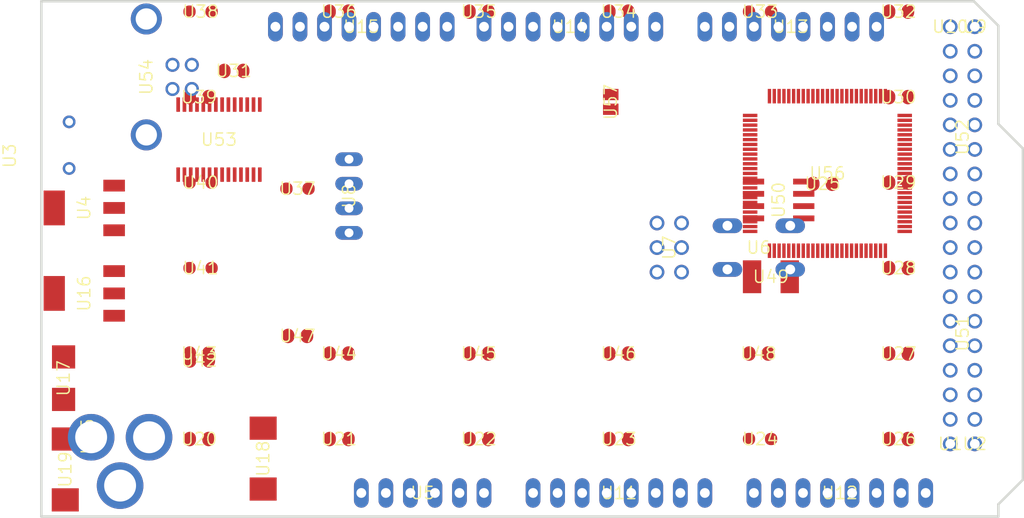
<source format=kicad_pcb>
 ( kicad_pcb  ( version 20171130 )
 ( host pcbnew "(5.1.4-0-10_14)" )
 ( general  ( thickness 1.6 )
 ( drawings 9 )
 ( tracks 0 )
 ( zones 0 )
 ( modules 57 )
 ( nets 100 )
)
 ( page A4 )
 ( layers  ( 0 Top signal )
 ( 31 Bottom signal )
 ( 32 B.Adhes user )
 ( 33 F.Adhes user )
 ( 34 B.Paste user )
 ( 35 F.Paste user )
 ( 36 B.SilkS user )
 ( 37 F.SilkS user )
 ( 38 B.Mask user )
 ( 39 F.Mask user )
 ( 40 Dwgs.User user )
 ( 41 Cmts.User user )
 ( 42 Eco1.User user )
 ( 43 Eco2.User user )
 ( 44 Edge.Cuts user )
 ( 45 Margin user )
 ( 46 B.CrtYd user )
 ( 47 F.CrtYd user )
 ( 48 B.Fab user )
 ( 49 F.Fab user )
)
 ( setup  ( last_trace_width 0.25 )
 ( user_trace_width 0.3048 )
 ( user_trace_width 1.27 )
 ( trace_clearance 0.063 )
 ( zone_clearance 0.508 )
 ( zone_45_only no )
 ( trace_min 0.2 )
 ( via_size 0.9144 )
 ( via_drill 0.4 )
 ( via_min_size 0.4 )
 ( via_min_drill 0.3 )
 ( uvia_size 0.3 )
 ( uvia_drill 0.1 )
 ( uvias_allowed yes )
 ( uvia_min_size 0.2 )
 ( uvia_min_drill 0.1 )
 ( edge_width 0.05 )
 ( segment_width 0.2 )
 ( pcb_text_width 0.3 )
 ( pcb_text_size 1.5 1.5 )
 ( mod_edge_width 0.12 )
 ( mod_text_size 1 1 )
 ( mod_text_width 0.15 )
 ( pad_size 0.35 1.5 )
 ( pad_drill 0 )
 ( pad_to_mask_clearance 0.051 )
 ( solder_mask_min_width 0.25 )
 ( aux_axis_origin 0 0 )
 ( visible_elements FFFFFF7F )
 ( pcbplotparams  ( layerselection 0x010fc_ffffffff )
 ( usegerberextensions false )
 ( usegerberattributes false )
 ( usegerberadvancedattributes false )
 ( creategerberjobfile false )
 ( excludeedgelayer true )
 ( linewidth 0.100000 )
 ( plotframeref false )
 ( viasonmask false )
 ( mode 1 )
 ( useauxorigin false )
 ( hpglpennumber 1 )
 ( hpglpenspeed 20 )
 ( hpglpendiameter 15.000000 )
 ( psnegative false )
 ( psa4output false )
 ( plotreference true )
 ( plotvalue true )
 ( plotinvisibletext false )
 ( padsonsilk false )
 ( subtractmaskfromsilk false )
 ( outputformat 1 )
 ( mirror false )
 ( drillshape 1 )
 ( scaleselection 1 )
 ( outputdirectory "" )
)
)
 ( net 0 "" )
 ( net 1 +5V )
 ( net 2 GND )
 ( net 3 N$6 )
 ( net 4 N$7 )
 ( net 5 AREF )
 ( net 6 RESET )
 ( net 7 VIN )
 ( net 8 N$3 )
 ( net 9 PWRIN )
 ( net 10 M8RXD )
 ( net 11 M8TXD )
 ( net 12 ADC0 )
 ( net 13 ADC2 )
 ( net 14 ADC1 )
 ( net 15 ADC3 )
 ( net 16 ADC4 )
 ( net 17 ADC5 )
 ( net 18 ADC6 )
 ( net 19 ADC7 )
 ( net 20 +3V3 )
 ( net 21 SDA )
 ( net 22 SCL )
 ( net 23 ADC9 )
 ( net 24 ADC8 )
 ( net 25 ADC10 )
 ( net 26 ADC11 )
 ( net 27 ADC12 )
 ( net 28 ADC13 )
 ( net 29 ADC14 )
 ( net 30 ADC15 )
 ( net 31 PB3 )
 ( net 32 PB2 )
 ( net 33 PB1 )
 ( net 34 PB5 )
 ( net 35 PB4 )
 ( net 36 PE5 )
 ( net 37 PE4 )
 ( net 38 PE3 )
 ( net 39 PE1 )
 ( net 40 PE0 )
 ( net 41 N$15 )
 ( net 42 N$53 )
 ( net 43 N$54 )
 ( net 44 N$55 )
 ( net 45 D- )
 ( net 46 D+ )
 ( net 47 N$60 )
 ( net 48 DTR )
 ( net 49 USBVCC )
 ( net 50 N$2 )
 ( net 51 N$4 )
 ( net 52 GATE_CMD )
 ( net 53 CMP )
 ( net 54 PB6 )
 ( net 55 PH3 )
 ( net 56 PH4 )
 ( net 57 PH5 )
 ( net 58 PH6 )
 ( net 59 PG5 )
 ( net 60 RXD1 )
 ( net 61 TXD1 )
 ( net 62 RXD2 )
 ( net 63 RXD3 )
 ( net 64 TXD2 )
 ( net 65 TXD3 )
 ( net 66 PC0 )
 ( net 67 PC1 )
 ( net 68 PC2 )
 ( net 69 PC3 )
 ( net 70 PC4 )
 ( net 71 PC5 )
 ( net 72 PC6 )
 ( net 73 PC7 )
 ( net 74 PB0 )
 ( net 75 PG0 )
 ( net 76 PG1 )
 ( net 77 PG2 )
 ( net 78 PD7 )
 ( net 79 PA0 )
 ( net 80 PA1 )
 ( net 81 PA2 )
 ( net 82 PA3 )
 ( net 83 PA4 )
 ( net 84 PA5 )
 ( net 85 PA6 )
 ( net 86 PA7 )
 ( net 87 PL0 )
 ( net 88 PL1 )
 ( net 89 PL2 )
 ( net 90 PL3 )
 ( net 91 PL4 )
 ( net 92 PL5 )
 ( net 93 PL6 )
 ( net 94 PL7 )
 ( net 95 PB7 )
 ( net 96 CTS )
 ( net 97 DSR )
 ( net 98 DCD )
 ( net 99 RI )
 ( net_class Default "This is the default net class."  ( clearance 0.063 )
 ( trace_width 0.25 )
 ( via_dia 0.9144 )
 ( via_drill 0.4 )
 ( uvia_dia 0.3 )
 ( uvia_drill 0.1 )
)
 ( net_class Power ""  ( clearance 0.063 )
 ( trace_width 0.3048 )
 ( via_dia 0.9144 )
 ( via_drill 0.4 )
 ( uvia_dia 0.3 )
 ( uvia_drill 0.1 )
 ( add_net +3V3 )
 ( add_net +5V )
 ( add_net PWRIN )
 ( add_net USBVCC )
)
 ( net_class Signal ""  ( clearance 0.063 )
 ( trace_width 0.2032 )
 ( via_dia 0.9144 )
 ( via_drill 0.4 )
 ( uvia_dia 0.3 )
 ( uvia_drill 0.1 )
 ( add_net ADC0 )
 ( add_net ADC1 )
 ( add_net ADC10 )
 ( add_net ADC11 )
 ( add_net ADC12 )
 ( add_net ADC13 )
 ( add_net ADC14 )
 ( add_net ADC15 )
 ( add_net ADC2 )
 ( add_net ADC3 )
 ( add_net ADC4 )
 ( add_net ADC5 )
 ( add_net ADC6 )
 ( add_net ADC7 )
 ( add_net ADC8 )
 ( add_net ADC9 )
 ( add_net AREF )
 ( add_net CMP )
 ( add_net CTS )
 ( add_net D+ )
 ( add_net D- )
 ( add_net DCD )
 ( add_net DSR )
 ( add_net DTR )
 ( add_net GATE_CMD )
 ( add_net GND )
 ( add_net M8RXD )
 ( add_net M8TXD )
 ( add_net N$15 )
 ( add_net N$2 )
 ( add_net N$3 )
 ( add_net N$4 )
 ( add_net N$53 )
 ( add_net N$54 )
 ( add_net N$55 )
 ( add_net N$6 )
 ( add_net N$60 )
 ( add_net N$7 )
 ( add_net PA0 )
 ( add_net PA1 )
 ( add_net PA2 )
 ( add_net PA3 )
 ( add_net PA4 )
 ( add_net PA5 )
 ( add_net PA6 )
 ( add_net PA7 )
 ( add_net PB0 )
 ( add_net PB1 )
 ( add_net PB2 )
 ( add_net PB3 )
 ( add_net PB4 )
 ( add_net PB5 )
 ( add_net PB6 )
 ( add_net PB7 )
 ( add_net PC0 )
 ( add_net PC1 )
 ( add_net PC2 )
 ( add_net PC3 )
 ( add_net PC4 )
 ( add_net PC5 )
 ( add_net PC6 )
 ( add_net PC7 )
 ( add_net PD7 )
 ( add_net PE0 )
 ( add_net PE1 )
 ( add_net PE3 )
 ( add_net PE4 )
 ( add_net PE5 )
 ( add_net PG0 )
 ( add_net PG1 )
 ( add_net PG2 )
 ( add_net PG5 )
 ( add_net PH3 )
 ( add_net PH4 )
 ( add_net PH5 )
 ( add_net PH6 )
 ( add_net PL0 )
 ( add_net PL1 )
 ( add_net PL2 )
 ( add_net PL3 )
 ( add_net PL4 )
 ( add_net PL5 )
 ( add_net PL6 )
 ( add_net PL7 )
 ( add_net RESET )
 ( add_net RI )
 ( add_net RXD1 )
 ( add_net RXD2 )
 ( add_net RXD3 )
 ( add_net SCL )
 ( add_net SDA )
 ( add_net TXD1 )
 ( add_net TXD2 )
 ( add_net TXD3 )
)
 ( net_class VIN ""  ( clearance 0.063 )
 ( trace_width 1.2 )
 ( via_dia 0.9144 )
 ( via_drill 0.4 )
 ( uvia_dia 0.3 )
 ( uvia_drill 0.1 )
 ( add_net VIN )
)
 ( module Arduino_MEGA_Reference_Design:PN61729  ( layer Top )
 ( tedit 5DD86010 )
 ( tstamp 5DD86102 )
 ( at 106.028100 86.168600 270.000000 )
 ( fp_text reference U54  ( at 0 -2.54 270 )
 ( layer F.SilkS )
 ( effects  ( font  ( size 1.27 1.27 )
 ( thickness 0.15 )
)
)
)
 ( fp_text value ""  ( at 0 -2.54 270 )
 ( layer F.SilkS )
 ( effects  ( font  ( size 1.27 1.27 )
 ( thickness 0.15 )
)
)
)
 ( fp_poly  ( pts  ( xy -6 -8.29 )
 ( xy 6 -8.29 )
 ( xy 6 7.71 )
 ( xy -6 7.71 )
)
 ( layer F.CrtYd )
 ( width 0.1 )
)
 ( pad P$2 thru_hole circle  ( at 6 -2.54 270.000000 )
 ( size 3.216 3.216 )
 ( drill 2.2 )
 ( layers *.Cu *.Mask )
 ( net 2 GND )
 ( solder_mask_margin 0.1524 )
)
 ( pad P$1 thru_hole circle  ( at -6 -2.54 270.000000 )
 ( size 3.216 3.216 )
 ( drill 2.2 )
 ( layers *.Cu *.Mask )
 ( net 2 GND )
 ( solder_mask_margin 0.1524 )
)
 ( pad 4 thru_hole circle  ( at 1.25 -5.25 270.000000 )
 ( size 1.458 1.458 )
 ( drill 0.95 )
 ( layers *.Cu *.Mask )
 ( net 2 GND )
 ( solder_mask_margin 0.1524 )
)
 ( pad 3 thru_hole circle  ( at -1.25 -5.25 270.000000 )
 ( size 1.458 1.458 )
 ( drill 0.95 )
 ( layers *.Cu *.Mask )
 ( net 46 D+ )
 ( solder_mask_margin 0.1524 )
)
 ( pad 2 thru_hole circle  ( at -1.25 -7.25 270.000000 )
 ( size 1.458 1.458 )
 ( drill 0.95 )
 ( layers *.Cu *.Mask )
 ( net 45 D- )
 ( solder_mask_margin 0.1524 )
)
 ( pad 1 thru_hole circle  ( at 1.25 -7.25 270.000000 )
 ( size 1.458 1.458 )
 ( drill 0.95 )
 ( layers *.Cu *.Mask )
 ( net 47 N$60 )
 ( solder_mask_margin 0.1524 )
)
)
 ( module Arduino_MEGA_Reference_Design:DC-21MM locked  ( layer Top )
 ( tedit 5DD85FF7 )
 ( tstamp 5DD85D69 )
 ( at 103.135100 123.391600 90.000000 )
 ( fp_text reference U55  ( at 0 -0.635 90 )
 ( layer F.SilkS )
 ( effects  ( font  ( size 1.27 1.27 )
 ( thickness 0.15 )
)
)
)
 ( fp_text value ""  ( at 0 -0.635 90 )
 ( layer F.SilkS )
 ( effects  ( font  ( size 1.27 1.27 )
 ( thickness 0.15 )
)
)
)
 ( fp_poly  ( pts  ( xy -5.25 -7.885 )
 ( xy 4 -7.885 )
 ( xy 4 5.865 )
 ( xy -5.25 5.865 )
)
 ( layer F.CrtYd )
 ( width 0.1 )
)
 ( pad 3 thru_hole circle  ( at -0.0762 -0.2794 90.000000 )
 ( size 4.826 4.826 )
 ( drill 3.302 )
 ( layers *.Cu *.Mask )
 ( net 2 GND )
 ( solder_mask_margin 0.1524 )
)
 ( pad 2 thru_hole circle  ( at -0.0762 5.715 90.000000 )
 ( size 4.826 4.826 )
 ( drill 3.302 )
 ( layers *.Cu *.Mask )
 ( net 9 PWRIN )
 ( solder_mask_margin 0.1524 )
)
 ( pad 1 thru_hole circle  ( at -5.08 2.7178 90.000000 )
 ( size 4.826 4.826 )
 ( drill 3.302 )
 ( layers *.Cu *.Mask )
 ( net 2 GND )
 ( solder_mask_margin 0.1524 )
)
)
 ( module Arduino_MEGA_Reference_Design:1X01 locked  ( layer Top )
 ( tedit 5DDD8317 )
 ( tstamp 5DD862A0 )
 ( at 191.781100 124.153600 )
 ( fp_text reference U1  ( at 0 0 )
 ( layer F.SilkS )
 ( effects  ( font  ( size 1.27 1.27 )
 ( thickness 0.15 )
)
)
)
 ( fp_text value ""  ( at 0 0 )
 ( layer F.SilkS )
 ( effects  ( font  ( size 1.27 1.27 )
 ( thickness 0.15 )
)
)
)
 ( fp_poly  ( pts  ( xy -1.3 -1.25 )
 ( xy 1.3 -1.25 )
 ( xy 1.3 1.25 )
 ( xy -1.3 1.25 )
)
 ( layer F.CrtYd )
 ( width 0.1 )
)
 ( pad 1 thru_hole circle  ( at 0 0 )
 ( size 1.524 1.524 )
 ( drill 1.016 )
 ( layers *.Cu *.Mask )
 ( net 2 GND )
 ( solder_mask_margin 0.1524 )
)
)
 ( module Arduino_MEGA_Reference_Design:1X01 locked  ( layer Top )
 ( tedit 5DDD82F6 )
 ( tstamp 5DD862AD )
 ( at 194.321100 124.153600 )
 ( fp_text reference U2  ( at 0 0 )
 ( layer F.SilkS )
 ( effects  ( font  ( size 1.27 1.27 )
 ( thickness 0.15 )
)
)
)
 ( fp_text value ""  ( at 0 0 )
 ( layer F.SilkS )
 ( effects  ( font  ( size 1.27 1.27 )
 ( thickness 0.15 )
)
)
)
 ( fp_poly  ( pts  ( xy -1.2 -1.2 )
 ( xy 1.2 -1.2 )
 ( xy 1.2 1.25 )
 ( xy -1.2 1.25 )
)
 ( layer F.CrtYd )
 ( width 0.1 )
)
 ( pad 1 thru_hole circle  ( at 0 0 )
 ( size 1.524 1.524 )
 ( drill 1.016 )
 ( layers *.Cu *.Mask )
 ( net 2 GND )
 ( solder_mask_margin 0.1524 )
)
)
 ( module Arduino_MEGA_Reference_Design:HC49_S  ( layer Top )
 ( tedit 5DDD82D4 )
 ( tstamp 5DD85D77 )
 ( at 100.578100 93.233267 90.000000 )
 ( fp_text reference U3  ( at -1.1 -6.15 90 )
 ( layer F.SilkS )
 ( effects  ( font  ( size 1.27 1.27 )
 ( thickness 0.15 )
)
)
)
 ( fp_text value ""  ( at -1.1 -6.15 90 )
 ( layer F.SilkS )
 ( effects  ( font  ( size 1.27 1.27 )
 ( thickness 0.15 )
)
)
)
 ( fp_poly  ( pts  ( xy -4.45 -2.55 )
 ( xy -5.05 -1.9 )
 ( xy -5.7 -1.25 )
 ( xy -5.7 1.35 )
 ( xy -5.05 1.95 )
 ( xy -4.4 2.55 )
 ( xy 4.5 2.55 )
 ( xy 5.1 1.85 )
 ( xy 5.75 1.3 )
 ( xy 5.7 -1.3 )
 ( xy 5.1 -1.85 )
 ( xy 4.45 -2.55 )
)
 ( layer F.CrtYd )
 ( width 0.1 )
)
 ( pad 2 thru_hole circle  ( at 2.413 0 90.000000 )
 ( size 1.3208 1.3208 )
 ( drill 0.8128 )
 ( layers *.Cu *.Mask )
 ( net 4 N$7 )
 ( solder_mask_margin 0.1524 )
)
 ( pad 1 thru_hole circle  ( at -2.413 0 90.000000 )
 ( size 1.3208 1.3208 )
 ( drill 0.8128 )
 ( layers *.Cu *.Mask )
 ( net 3 N$6 )
 ( solder_mask_margin 0.1524 )
)
)
 ( module Arduino_MEGA_Reference_Design:SOT223  ( layer Top )
 ( tedit 5DDD8275 )
 ( tstamp 5DD8614A )
 ( at 102.135800 99.730933 90.000000 )
 ( fp_text reference U4  ( at 0 0 90 )
 ( layer F.SilkS )
 ( effects  ( font  ( size 1.27 1.27 )
 ( thickness 0.15 )
)
)
)
 ( fp_text value ""  ( at 0 0 90 )
 ( layer F.SilkS )
 ( effects  ( font  ( size 1.27 1.27 )
 ( thickness 0.15 )
)
)
)
 ( fp_poly  ( pts  ( xy -3.35 -1.85 )
 ( xy 3.35 -1.85 )
 ( xy 3.35 1.9 )
 ( xy -3.4 1.85 )
)
 ( layer F.CrtYd )
 ( width 0.1 )
)
 ( pad 4 smd rect  ( at 0 -3.099 90.000000 )
 ( size 3.6 2.2 )
 ( layers Top F.Mask F.Paste )
 ( solder_mask_margin 0.1524 )
)
 ( pad 3 smd rect  ( at 2.3114 3.0988 90.000000 )
 ( size 1.2192 2.2352 )
 ( layers Top F.Mask F.Paste )
 ( net 1 +5V )
 ( solder_mask_margin 0.1524 )
)
 ( pad 2 smd rect  ( at 0 3.0988 90.000000 )
 ( size 1.2192 2.2352 )
 ( layers Top F.Mask F.Paste )
 ( net 49 USBVCC )
 ( solder_mask_margin 0.1524 )
)
 ( pad 1 smd rect  ( at -2.3114 3.0988 90.000000 )
 ( size 1.2192 2.2352 )
 ( layers Top F.Mask F.Paste )
 ( net 52 GATE_CMD )
 ( solder_mask_margin 0.1524 )
)
)
 ( module Arduino_MEGA_Reference_Design:1X06 locked  ( layer Top )
 ( tedit 5DD8649A )
 ( tstamp 5DD85DDB )
 ( at 137.171100 129.233600 )
 ( fp_text reference U5  ( at 0 0 )
 ( layer F.SilkS )
 ( effects  ( font  ( size 1.27 1.27 )
 ( thickness 0.15 )
)
)
)
 ( fp_text value ""  ( at 0 0 )
 ( layer F.SilkS )
 ( effects  ( font  ( size 1.27 1.27 )
 ( thickness 0.15 )
)
)
)
 ( fp_poly  ( pts  ( xy -7.6 -1.25 )
 ( xy 7.6 -1.25 )
 ( xy 7.6 1.25 )
 ( xy -7.6 1.25 )
)
 ( layer F.CrtYd )
 ( width 0.1 )
)
 ( pad 6 thru_hole oval  ( at 6.35 0 90.000000 )
 ( size 3.048 1.524 )
 ( drill 1.016 )
 ( layers *.Cu *.Mask )
 ( net 7 VIN )
 ( solder_mask_margin 0.1524 )
)
 ( pad 5 thru_hole oval  ( at 3.81 0 90.000000 )
 ( size 3.048 1.524 )
 ( drill 1.016 )
 ( layers *.Cu *.Mask )
 ( net 2 GND )
 ( solder_mask_margin 0.1524 )
)
 ( pad 4 thru_hole oval  ( at 1.27 0 90.000000 )
 ( size 3.048 1.524 )
 ( drill 1.016 )
 ( layers *.Cu *.Mask )
 ( net 2 GND )
 ( solder_mask_margin 0.1524 )
)
 ( pad 3 thru_hole oval  ( at -1.27 0 90.000000 )
 ( size 3.048 1.524 )
 ( drill 1.016 )
 ( layers *.Cu *.Mask )
 ( net 1 +5V )
 ( solder_mask_margin 0.1524 )
)
 ( pad 2 thru_hole oval  ( at -3.81 0 90.000000 )
 ( size 3.048 1.524 )
 ( drill 1.016 )
 ( layers *.Cu *.Mask )
 ( net 20 +3V3 )
 ( solder_mask_margin 0.1524 )
)
 ( pad 1 thru_hole oval  ( at -6.35 0 90.000000 )
 ( size 3.048 1.524 )
 ( drill 1.016 )
 ( layers *.Cu *.Mask )
 ( net 6 RESET )
 ( solder_mask_margin 0.1524 )
)
)
 ( module Arduino_MEGA_Reference_Design:B3F-10XX locked  ( layer Top )
 ( tedit 5DD8641F )
 ( tstamp 5DD85D15 )
 ( at 171.969100 103.833600 180.000000 )
 ( fp_text reference U6  ( at 0 0 180 )
 ( layer F.SilkS )
 ( effects  ( font  ( size 1.27 1.27 )
 ( thickness 0.15 )
)
)
)
 ( fp_text value ""  ( at 0 0 180 )
 ( layer F.SilkS )
 ( effects  ( font  ( size 1.27 1.27 )
 ( thickness 0.15 )
)
)
)
 ( fp_poly  ( pts  ( xy -3.45 -3.1 )
 ( xy 3.35 -3.1 )
 ( xy 3.3 3 )
 ( xy -3.5 3 )
)
 ( layer F.CrtYd )
 ( width 0.1 )
)
 ( pad 4 thru_hole oval  ( at 3.2512 2.2606 180.000000 )
 ( size 3.048 1.524 )
 ( drill 1.016 )
 ( layers *.Cu *.Mask )
 ( net 6 RESET )
 ( solder_mask_margin 0.1524 )
)
 ( pad 2 thru_hole oval  ( at 3.2512 -2.2606 180.000000 )
 ( size 3.048 1.524 )
 ( drill 1.016 )
 ( layers *.Cu *.Mask )
 ( net 2 GND )
 ( solder_mask_margin 0.1524 )
)
 ( pad 3 thru_hole oval  ( at -3.2512 2.2606 180.000000 )
 ( size 3.048 1.524 )
 ( drill 1.016 )
 ( layers *.Cu *.Mask )
 ( net 6 RESET )
 ( solder_mask_margin 0.1524 )
)
 ( pad 1 thru_hole oval  ( at -3.2512 -2.2606 180.000000 )
 ( size 3.048 1.524 )
 ( drill 1.016 )
 ( layers *.Cu *.Mask )
 ( net 2 GND )
 ( solder_mask_margin 0.1524 )
)
)
 ( module Arduino_MEGA_Reference_Design:2X03 locked  ( layer Top )
 ( tedit 5DD8640E )
 ( tstamp 5DD85C40 )
 ( at 162.698100 103.833600 270.000000 )
 ( fp_text reference U7  ( at 0 0 270 )
 ( layer F.SilkS )
 ( effects  ( font  ( size 1.27 1.27 )
 ( thickness 0.15 )
)
)
)
 ( fp_text value ""  ( at 0 0 270 )
 ( layer F.SilkS )
 ( effects  ( font  ( size 1.27 1.27 )
 ( thickness 0.15 )
)
)
)
 ( fp_poly  ( pts  ( xy -3.85 -2.5 )
 ( xy 3.825 -2.575 )
 ( xy 3.85 2.5125 )
 ( xy -3.85 2.4875 )
)
 ( layer F.CrtYd )
 ( width 0.1 )
)
 ( pad 6 thru_hole circle  ( at 2.54 -1.27 270.000000 )
 ( size 1.524 1.524 )
 ( drill 1.016 )
 ( layers *.Cu *.Mask )
 ( net 2 GND )
 ( solder_mask_margin 0.1524 )
)
 ( pad 5 thru_hole circle  ( at 2.54 1.27 270.000000 )
 ( size 1.524 1.524 )
 ( drill 1.016 )
 ( layers *.Cu *.Mask )
 ( net 6 RESET )
 ( solder_mask_margin 0.1524 )
)
 ( pad 4 thru_hole circle  ( at 0 -1.27 270.000000 )
 ( size 1.524 1.524 )
 ( drill 1.016 )
 ( layers *.Cu *.Mask )
 ( net 32 PB2 )
 ( solder_mask_margin 0.1524 )
)
 ( pad 3 thru_hole circle  ( at 0 1.27 270.000000 )
 ( size 1.524 1.524 )
 ( drill 1.016 )
 ( layers *.Cu *.Mask )
 ( net 33 PB1 )
 ( solder_mask_margin 0.1524 )
)
 ( pad 2 thru_hole circle  ( at -2.54 -1.27 270.000000 )
 ( size 1.524 1.524 )
 ( drill 1.016 )
 ( layers *.Cu *.Mask )
 ( net 1 +5V )
 ( solder_mask_margin 0.1524 )
)
 ( pad 1 thru_hole circle  ( at -2.54 1.27 270.000000 )
 ( size 1.524 1.524 )
 ( drill 1.016 )
 ( layers *.Cu *.Mask )
 ( net 31 PB3 )
 ( solder_mask_margin 0.1524 )
)
)
 ( module Arduino_MEGA_Reference_Design:JP4 locked  ( layer Top )
 ( tedit 5DD863EA )
 ( tstamp 5DD862CC )
 ( at 129.551100 98.499600 270.000000 )
 ( fp_text reference U8  ( at 0 0 270 )
 ( layer F.SilkS )
 ( effects  ( font  ( size 1.27 1.27 )
 ( thickness 0.15 )
)
)
)
 ( fp_text value ""  ( at 0 0 270 )
 ( layer F.SilkS )
 ( effects  ( font  ( size 1.27 1.27 )
 ( thickness 0.15 )
)
)
)
 ( fp_poly  ( pts  ( xy -5.05 -1.3 )
 ( xy 5.05 -1.3 )
 ( xy 5.05 1.25 )
 ( xy -5.05 1.3 )
)
 ( layer F.CrtYd )
 ( width 0.1 )
)
 ( pad 4 thru_hole oval  ( at 3.81 0 )
 ( size 2.8448 1.4224 )
 ( drill 0.9144 )
 ( layers *.Cu *.Mask )
 ( net 99 RI )
 ( solder_mask_margin 0.1524 )
)
 ( pad 3 thru_hole oval  ( at 1.27 0 )
 ( size 2.8448 1.4224 )
 ( drill 0.9144 )
 ( layers *.Cu *.Mask )
 ( net 98 DCD )
 ( solder_mask_margin 0.1524 )
)
 ( pad 2 thru_hole oval  ( at -1.27 0 )
 ( size 2.8448 1.4224 )
 ( drill 0.9144 )
 ( layers *.Cu *.Mask )
 ( net 97 DSR )
 ( solder_mask_margin 0.1524 )
)
 ( pad 1 thru_hole oval  ( at -3.81 0 )
 ( size 2.8448 1.4224 )
 ( drill 0.9144 )
 ( layers *.Cu *.Mask )
 ( net 96 CTS )
 ( solder_mask_margin 0.1524 )
)
)
 ( module Arduino_MEGA_Reference_Design:1X01 locked  ( layer Top )
 ( tedit 5DD863C9 )
 ( tstamp 5DD86293 )
 ( at 194.321100 80.973600 )
 ( fp_text reference U9  ( at 0 0 )
 ( layer F.SilkS )
 ( effects  ( font  ( size 1.27 1.27 )
 ( thickness 0.15 )
)
)
)
 ( fp_text value ""  ( at 0 0 )
 ( layer F.SilkS )
 ( effects  ( font  ( size 1.27 1.27 )
 ( thickness 0.15 )
)
)
)
 ( fp_poly  ( pts  ( xy -1.25 -1.25 )
 ( xy 1.25 -1.25 )
 ( xy 1.25 1.25 )
 ( xy -1.25 1.25 )
)
 ( layer F.CrtYd )
 ( width 0.1 )
)
 ( pad 1 thru_hole circle  ( at 0 0 )
 ( size 1.524 1.524 )
 ( drill 1.016 )
 ( layers *.Cu *.Mask )
 ( net 1 +5V )
 ( solder_mask_margin 0.1524 )
)
)
 ( module Arduino_MEGA_Reference_Design:1X01 locked  ( layer Top )
 ( tedit 5DD863BF )
 ( tstamp 5DD86286 )
 ( at 191.781100 80.973600 )
 ( fp_text reference U10  ( at 0 0 )
 ( layer F.SilkS )
 ( effects  ( font  ( size 1.27 1.27 )
 ( thickness 0.15 )
)
)
)
 ( fp_text value ""  ( at 0 0 )
 ( layer F.SilkS )
 ( effects  ( font  ( size 1.27 1.27 )
 ( thickness 0.15 )
)
)
)
 ( fp_poly  ( pts  ( xy -1.25 -1.25 )
 ( xy 1.25 -1.25 )
 ( xy 1.25 1.25 )
 ( xy -1.25 1.25 )
)
 ( layer F.CrtYd )
 ( width 0.1 )
)
 ( pad 1 thru_hole circle  ( at 0 0 )
 ( size 1.524 1.524 )
 ( drill 1.016 )
 ( layers *.Cu *.Mask )
 ( net 1 +5V )
 ( solder_mask_margin 0.1524 )
)
)
 ( module Arduino_MEGA_Reference_Design:1X08 locked  ( layer Top )
 ( tedit 5DD8632A )
 ( tstamp 5DD85E65 )
 ( at 157.491100 129.233600 )
 ( fp_text reference U11  ( at 0 0 )
 ( layer F.SilkS )
 ( effects  ( font  ( size 1.27 1.27 )
 ( thickness 0.15 )
)
)
)
 ( fp_text value ""  ( at 0 0 )
 ( layer F.SilkS )
 ( effects  ( font  ( size 1.27 1.27 )
 ( thickness 0.15 )
)
)
)
 ( fp_poly  ( pts  ( xy -10.15 -1.45 )
 ( xy 10.1 -1.4 )
 ( xy 10.15 1.25 )
 ( xy -10.15 1.25 )
)
 ( layer F.CrtYd )
 ( width 0.1 )
)
 ( pad 8 thru_hole oval  ( at 8.89 0 90.000000 )
 ( size 3.048 1.524 )
 ( drill 1.016 )
 ( layers *.Cu *.Mask )
 ( net 19 ADC7 )
 ( solder_mask_margin 0.1524 )
)
 ( pad 7 thru_hole oval  ( at 6.35 0 90.000000 )
 ( size 3.048 1.524 )
 ( drill 1.016 )
 ( layers *.Cu *.Mask )
 ( net 18 ADC6 )
 ( solder_mask_margin 0.1524 )
)
 ( pad 6 thru_hole oval  ( at 3.81 0 90.000000 )
 ( size 3.048 1.524 )
 ( drill 1.016 )
 ( layers *.Cu *.Mask )
 ( net 17 ADC5 )
 ( solder_mask_margin 0.1524 )
)
 ( pad 5 thru_hole oval  ( at 1.27 0 90.000000 )
 ( size 3.048 1.524 )
 ( drill 1.016 )
 ( layers *.Cu *.Mask )
 ( net 16 ADC4 )
 ( solder_mask_margin 0.1524 )
)
 ( pad 4 thru_hole oval  ( at -1.27 0 90.000000 )
 ( size 3.048 1.524 )
 ( drill 1.016 )
 ( layers *.Cu *.Mask )
 ( net 15 ADC3 )
 ( solder_mask_margin 0.1524 )
)
 ( pad 3 thru_hole oval  ( at -3.81 0 90.000000 )
 ( size 3.048 1.524 )
 ( drill 1.016 )
 ( layers *.Cu *.Mask )
 ( net 13 ADC2 )
 ( solder_mask_margin 0.1524 )
)
 ( pad 2 thru_hole oval  ( at -6.35 0 90.000000 )
 ( size 3.048 1.524 )
 ( drill 1.016 )
 ( layers *.Cu *.Mask )
 ( net 14 ADC1 )
 ( solder_mask_margin 0.1524 )
)
 ( pad 1 thru_hole oval  ( at -8.89 0 90.000000 )
 ( size 3.048 1.524 )
 ( drill 1.016 )
 ( layers *.Cu *.Mask )
 ( net 12 ADC0 )
 ( solder_mask_margin 0.1524 )
)
)
 ( module Arduino_MEGA_Reference_Design:1X08 locked  ( layer Top )
 ( tedit 5DD86322 )
 ( tstamp 5DD86013 )
 ( at 180.351100 129.233600 )
 ( fp_text reference U12  ( at 0 0 )
 ( layer F.SilkS )
 ( effects  ( font  ( size 1.27 1.27 )
 ( thickness 0.15 )
)
)
)
 ( fp_text value ""  ( at 0 0 )
 ( layer F.SilkS )
 ( effects  ( font  ( size 1.27 1.27 )
 ( thickness 0.15 )
)
)
)
 ( fp_poly  ( pts  ( xy -10.2 -1.4 )
 ( xy 10.05 -1.35 )
 ( xy 10.1 1.3 )
 ( xy -10.2 1.3 )
)
 ( layer F.CrtYd )
 ( width 0.1 )
)
 ( pad 8 thru_hole oval  ( at 8.89 0 90.000000 )
 ( size 3.048 1.524 )
 ( drill 1.016 )
 ( layers *.Cu *.Mask )
 ( net 30 ADC15 )
 ( solder_mask_margin 0.1524 )
)
 ( pad 7 thru_hole oval  ( at 6.35 0 90.000000 )
 ( size 3.048 1.524 )
 ( drill 1.016 )
 ( layers *.Cu *.Mask )
 ( net 29 ADC14 )
 ( solder_mask_margin 0.1524 )
)
 ( pad 6 thru_hole oval  ( at 3.81 0 90.000000 )
 ( size 3.048 1.524 )
 ( drill 1.016 )
 ( layers *.Cu *.Mask )
 ( net 28 ADC13 )
 ( solder_mask_margin 0.1524 )
)
 ( pad 5 thru_hole oval  ( at 1.27 0 90.000000 )
 ( size 3.048 1.524 )
 ( drill 1.016 )
 ( layers *.Cu *.Mask )
 ( net 27 ADC12 )
 ( solder_mask_margin 0.1524 )
)
 ( pad 4 thru_hole oval  ( at -1.27 0 90.000000 )
 ( size 3.048 1.524 )
 ( drill 1.016 )
 ( layers *.Cu *.Mask )
 ( net 26 ADC11 )
 ( solder_mask_margin 0.1524 )
)
 ( pad 3 thru_hole oval  ( at -3.81 0 90.000000 )
 ( size 3.048 1.524 )
 ( drill 1.016 )
 ( layers *.Cu *.Mask )
 ( net 25 ADC10 )
 ( solder_mask_margin 0.1524 )
)
 ( pad 2 thru_hole oval  ( at -6.35 0 90.000000 )
 ( size 3.048 1.524 )
 ( drill 1.016 )
 ( layers *.Cu *.Mask )
 ( net 23 ADC9 )
 ( solder_mask_margin 0.1524 )
)
 ( pad 1 thru_hole oval  ( at -8.89 0 90.000000 )
 ( size 3.048 1.524 )
 ( drill 1.016 )
 ( layers *.Cu *.Mask )
 ( net 24 ADC8 )
 ( solder_mask_margin 0.1524 )
)
)
 ( module Arduino_MEGA_Reference_Design:1X08 locked  ( layer Top )
 ( tedit 5DD86318 )
 ( tstamp 5DD85EB1 )
 ( at 175.271100 80.973600 180.000000 )
 ( fp_text reference U13  ( at 0 0 180 )
 ( layer F.SilkS )
 ( effects  ( font  ( size 1.27 1.27 )
 ( thickness 0.15 )
)
)
)
 ( fp_text value ""  ( at 0 0 180 )
 ( layer F.SilkS )
 ( effects  ( font  ( size 1.27 1.27 )
 ( thickness 0.15 )
)
)
)
 ( fp_poly  ( pts  ( xy -10.2 -1.4 )
 ( xy 10.05 -1.35 )
 ( xy 10.1 1.3 )
 ( xy -10.2 1.3 )
)
 ( layer F.CrtYd )
 ( width 0.1 )
)
 ( pad 8 thru_hole oval  ( at 8.89 0 270.000000 )
 ( size 3.048 1.524 )
 ( drill 1.016 )
 ( layers *.Cu *.Mask )
 ( net 65 TXD3 )
 ( solder_mask_margin 0.1524 )
)
 ( pad 7 thru_hole oval  ( at 6.35 0 270.000000 )
 ( size 3.048 1.524 )
 ( drill 1.016 )
 ( layers *.Cu *.Mask )
 ( net 63 RXD3 )
 ( solder_mask_margin 0.1524 )
)
 ( pad 6 thru_hole oval  ( at 3.81 0 270.000000 )
 ( size 3.048 1.524 )
 ( drill 1.016 )
 ( layers *.Cu *.Mask )
 ( net 64 TXD2 )
 ( solder_mask_margin 0.1524 )
)
 ( pad 5 thru_hole oval  ( at 1.27 0 270.000000 )
 ( size 3.048 1.524 )
 ( drill 1.016 )
 ( layers *.Cu *.Mask )
 ( net 62 RXD2 )
 ( solder_mask_margin 0.1524 )
)
 ( pad 4 thru_hole oval  ( at -1.27 0 270.000000 )
 ( size 3.048 1.524 )
 ( drill 1.016 )
 ( layers *.Cu *.Mask )
 ( net 61 TXD1 )
 ( solder_mask_margin 0.1524 )
)
 ( pad 3 thru_hole oval  ( at -3.81 0 270.000000 )
 ( size 3.048 1.524 )
 ( drill 1.016 )
 ( layers *.Cu *.Mask )
 ( net 60 RXD1 )
 ( solder_mask_margin 0.1524 )
)
 ( pad 2 thru_hole oval  ( at -6.35 0 270.000000 )
 ( size 3.048 1.524 )
 ( drill 1.016 )
 ( layers *.Cu *.Mask )
 ( net 21 SDA )
 ( solder_mask_margin 0.1524 )
)
 ( pad 1 thru_hole oval  ( at -8.89 0 270.000000 )
 ( size 3.048 1.524 )
 ( drill 1.016 )
 ( layers *.Cu *.Mask )
 ( net 22 SCL )
 ( solder_mask_margin 0.1524 )
)
)
 ( module Arduino_MEGA_Reference_Design:1X08 locked  ( layer Top )
 ( tedit 5DD8630B )
 ( tstamp 5DD85C65 )
 ( at 152.411100 80.973600 180.000000 )
 ( fp_text reference U14  ( at 0 0 180 )
 ( layer F.SilkS )
 ( effects  ( font  ( size 1.27 1.27 )
 ( thickness 0.15 )
)
)
)
 ( fp_text value ""  ( at 0 0 180 )
 ( layer F.SilkS )
 ( effects  ( font  ( size 1.27 1.27 )
 ( thickness 0.15 )
)
)
)
 ( fp_poly  ( pts  ( xy -10.15 -1.35 )
 ( xy 10.1 -1.3 )
 ( xy 10.15 1.35 )
 ( xy -10.15 1.35 )
)
 ( layer F.CrtYd )
 ( width 0.1 )
)
 ( pad 8 thru_hole oval  ( at 8.89 0 270.000000 )
 ( size 3.048 1.524 )
 ( drill 1.016 )
 ( layers *.Cu *.Mask )
 ( net 56 PH4 )
 ( solder_mask_margin 0.1524 )
)
 ( pad 7 thru_hole oval  ( at 6.35 0 270.000000 )
 ( size 3.048 1.524 )
 ( drill 1.016 )
 ( layers *.Cu *.Mask )
 ( net 55 PH3 )
 ( solder_mask_margin 0.1524 )
)
 ( pad 6 thru_hole oval  ( at 3.81 0 270.000000 )
 ( size 3.048 1.524 )
 ( drill 1.016 )
 ( layers *.Cu *.Mask )
 ( net 38 PE3 )
 ( solder_mask_margin 0.1524 )
)
 ( pad 5 thru_hole oval  ( at 1.27 0 270.000000 )
 ( size 3.048 1.524 )
 ( drill 1.016 )
 ( layers *.Cu *.Mask )
 ( net 59 PG5 )
 ( solder_mask_margin 0.1524 )
)
 ( pad 4 thru_hole oval  ( at -1.27 0 270.000000 )
 ( size 3.048 1.524 )
 ( drill 1.016 )
 ( layers *.Cu *.Mask )
 ( net 36 PE5 )
 ( solder_mask_margin 0.1524 )
)
 ( pad 3 thru_hole oval  ( at -3.81 0 270.000000 )
 ( size 3.048 1.524 )
 ( drill 1.016 )
 ( layers *.Cu *.Mask )
 ( net 37 PE4 )
 ( solder_mask_margin 0.1524 )
)
 ( pad 2 thru_hole oval  ( at -6.35 0 270.000000 )
 ( size 3.048 1.524 )
 ( drill 1.016 )
 ( layers *.Cu *.Mask )
 ( net 39 PE1 )
 ( solder_mask_margin 0.1524 )
)
 ( pad 1 thru_hole oval  ( at -8.89 0 270.000000 )
 ( size 3.048 1.524 )
 ( drill 1.016 )
 ( layers *.Cu *.Mask )
 ( net 40 PE0 )
 ( solder_mask_margin 0.1524 )
)
)
 ( module Arduino_MEGA_Reference_Design:1X08 locked  ( layer Top )
 ( tedit 5DD862DF )
 ( tstamp 5DD85CB1 )
 ( at 130.821100 80.973600 180.000000 )
 ( fp_text reference U15  ( at 0 0 180 )
 ( layer F.SilkS )
 ( effects  ( font  ( size 1.27 1.27 )
 ( thickness 0.15 )
)
)
)
 ( fp_text value ""  ( at 0 0 180 )
 ( layer F.SilkS )
 ( effects  ( font  ( size 1.27 1.27 )
 ( thickness 0.15 )
)
)
)
 ( fp_poly  ( pts  ( xy -10.1 -1.45 )
 ( xy 10.15 -1.4 )
 ( xy 10.2 1.25 )
 ( xy -10.1 1.25 )
)
 ( layer F.CrtYd )
 ( width 0.1 )
)
 ( pad 8 thru_hole oval  ( at 8.89 0 270.000000 )
 ( size 3.048 1.524 )
 ( drill 1.016 )
 ( layers *.Cu *.Mask )
 ( net 5 AREF )
 ( solder_mask_margin 0.1524 )
)
 ( pad 7 thru_hole oval  ( at 6.35 0 270.000000 )
 ( size 3.048 1.524 )
 ( drill 1.016 )
 ( layers *.Cu *.Mask )
 ( net 2 GND )
 ( solder_mask_margin 0.1524 )
)
 ( pad 6 thru_hole oval  ( at 3.81 0 270.000000 )
 ( size 3.048 1.524 )
 ( drill 1.016 )
 ( layers *.Cu *.Mask )
 ( net 95 PB7 )
 ( solder_mask_margin 0.1524 )
)
 ( pad 5 thru_hole oval  ( at 1.27 0 270.000000 )
 ( size 3.048 1.524 )
 ( drill 1.016 )
 ( layers *.Cu *.Mask )
 ( net 54 PB6 )
 ( solder_mask_margin 0.1524 )
)
 ( pad 4 thru_hole oval  ( at -1.27 0 270.000000 )
 ( size 3.048 1.524 )
 ( drill 1.016 )
 ( layers *.Cu *.Mask )
 ( net 34 PB5 )
 ( solder_mask_margin 0.1524 )
)
 ( pad 3 thru_hole oval  ( at -3.81 0 270.000000 )
 ( size 3.048 1.524 )
 ( drill 1.016 )
 ( layers *.Cu *.Mask )
 ( net 35 PB4 )
 ( solder_mask_margin 0.1524 )
)
 ( pad 2 thru_hole oval  ( at -6.35 0 270.000000 )
 ( size 3.048 1.524 )
 ( drill 1.016 )
 ( layers *.Cu *.Mask )
 ( net 58 PH6 )
 ( solder_mask_margin 0.1524 )
)
 ( pad 1 thru_hole oval  ( at -8.89 0 270.000000 )
 ( size 3.048 1.524 )
 ( drill 1.016 )
 ( layers *.Cu *.Mask )
 ( net 57 PH5 )
 ( solder_mask_margin 0.1524 )
)
)
 ( module Arduino_MEGA_Reference_Design:SOT223  ( layer Top )
 ( tedit 5DD862A6 )
 ( tstamp 5DD85DB9 )
 ( at 102.135800 108.578600 90.000000 )
 ( fp_text reference U16  ( at 0 0 90 )
 ( layer F.SilkS )
 ( effects  ( font  ( size 1.27 1.27 )
 ( thickness 0.15 )
)
)
)
 ( fp_text value ""  ( at 0 0 90 )
 ( layer F.SilkS )
 ( effects  ( font  ( size 1.27 1.27 )
 ( thickness 0.15 )
)
)
)
 ( fp_poly  ( pts  ( xy -3.45 -2 )
 ( xy 3.45 -2 )
 ( xy 3.45 1.9 )
 ( xy -3.45 1.9 )
)
 ( layer F.CrtYd )
 ( width 0.1 )
)
 ( pad 4 smd rect  ( at 0 -3.099 90.000000 )
 ( size 3.6 2.2 )
 ( layers Top F.Mask F.Paste )
 ( net 1 +5V )
 ( solder_mask_margin 0.1524 )
)
 ( pad 3 smd rect  ( at 2.3114 3.0988 90.000000 )
 ( size 1.2192 2.2352 )
 ( layers Top F.Mask F.Paste )
 ( net 7 VIN )
 ( solder_mask_margin 0.1524 )
)
 ( pad 2 smd rect  ( at 0 3.0988 90.000000 )
 ( size 1.2192 2.2352 )
 ( layers Top F.Mask F.Paste )
 ( net 1 +5V )
 ( solder_mask_margin 0.1524 )
)
 ( pad 1 smd rect  ( at -2.3114 3.0988 90.000000 )
 ( size 1.2192 2.2352 )
 ( layers Top F.Mask F.Paste )
 ( net 2 GND )
 ( solder_mask_margin 0.1524 )
)
)
 ( module Arduino_MEGA_Reference_Design:SMB  ( layer Top )
 ( tedit 5DD8628F )
 ( tstamp 5DD85D5A )
 ( at 100.003100 117.351267 270.000000 )
 ( fp_text reference U17  ( at 0 0 270 )
 ( layer F.SilkS )
 ( effects  ( font  ( size 1.27 1.27 )
 ( thickness 0.15 )
)
)
)
 ( fp_text value ""  ( at 0 0 270 )
 ( layer F.SilkS )
 ( effects  ( font  ( size 1.27 1.27 )
 ( thickness 0.15 )
)
)
)
 ( fp_poly  ( pts  ( xy -2.35 -2 )
 ( xy 2.35 -2 )
 ( xy 2.35 1.95 )
 ( xy -2.35 1.95 )
)
 ( layer F.CrtYd )
 ( width 0.1 )
)
 ( pad A smd rect  ( at 2.2 0 270.000000 )
 ( size 2.4 2.4 )
 ( layers Top F.Mask F.Paste )
 ( net 9 PWRIN )
 ( solder_mask_margin 0.1524 )
)
 ( pad C smd rect  ( at -2.2 0 270.000000 )
 ( size 2.4 2.4 )
 ( layers Top F.Mask F.Paste )
 ( net 7 VIN )
 ( solder_mask_margin 0.1524 )
)
)
 ( module Arduino_MEGA_Reference_Design:SMC_D  ( layer Top )
 ( tedit 5DD86271 )
 ( tstamp 5DD85CFD )
 ( at 120.661100 125.677600 270.000000 )
 ( fp_text reference U18  ( at 0 0 270 )
 ( layer F.SilkS )
 ( effects  ( font  ( size 1.27 1.27 )
 ( thickness 0.15 )
)
)
)
 ( fp_text value ""  ( at 0 0 270 )
 ( layer F.SilkS )
 ( effects  ( font  ( size 1.27 1.27 )
 ( thickness 0.15 )
)
)
)
 ( fp_poly  ( pts  ( xy -3.55 -2.15 )
 ( xy 3.55 -2.15 )
 ( xy 3.55 2.15 )
 ( xy -3.55 2.15 )
)
 ( layer F.CrtYd )
 ( width 0.1 )
)
 ( pad - smd rect  ( at 3.15 0 90.000000 )
 ( size 2.4 2.8 )
 ( layers Top F.Mask F.Paste )
 ( net 2 GND )
 ( solder_mask_margin 0.1524 )
)
 ( pad + smd rect  ( at -3.15 0 270.000000 )
 ( size 2.4 2.8 )
 ( layers Top F.Mask F.Paste )
 ( net 7 VIN )
 ( solder_mask_margin 0.1524 )
)
)
 ( module Arduino_MEGA_Reference_Design:SMC_D  ( layer Top )
 ( tedit 5DD8625D )
 ( tstamp 5DD85D09 )
 ( at 100.178100 126.798933 270.000000 )
 ( fp_text reference U19  ( at 0 0 270 )
 ( layer F.SilkS )
 ( effects  ( font  ( size 1.27 1.27 )
 ( thickness 0.15 )
)
)
)
 ( fp_text value ""  ( at 0 0 270 )
 ( layer F.SilkS )
 ( effects  ( font  ( size 1.27 1.27 )
 ( thickness 0.15 )
)
)
)
 ( fp_poly  ( pts  ( xy -3.6 -2.2 )
 ( xy 3.6 -2.2 )
 ( xy 3.6 2.2 )
 ( xy -3.6 2.2 )
)
 ( layer F.CrtYd )
 ( width 0.1 )
)
 ( pad - smd rect  ( at 3.15 0 90.000000 )
 ( size 2.4 2.8 )
 ( layers Top F.Mask F.Paste )
 ( net 2 GND )
 ( solder_mask_margin 0.1524 )
)
 ( pad + smd rect  ( at -3.15 0 270.000000 )
 ( size 2.4 2.8 )
 ( layers Top F.Mask F.Paste )
 ( net 1 +5V )
 ( solder_mask_margin 0.1524 )
)
)
 ( module Arduino_MEGA_Reference_Design:C0805RND  ( layer Top )
 ( tedit 5DD86249 )
 ( tstamp 5DD86005 )
 ( at 114.033100 123.648933 )
 ( fp_text reference U20  ( at 0 0 )
 ( layer F.SilkS )
 ( effects  ( font  ( size 1.27 1.27 )
 ( thickness 0.15 )
)
)
)
 ( fp_text value ""  ( at 0 0 )
 ( layer F.SilkS )
 ( effects  ( font  ( size 1.27 1.27 )
 ( thickness 0.15 )
)
)
)
 ( fp_poly  ( pts  ( xy -0.95 -0.75 )
 ( xy 1.05 -0.75 )
 ( xy 1.05 0.75 )
 ( xy -0.95 0.75 )
)
 ( layer F.CrtYd )
 ( width 0.1 )
)
 ( pad 2 smd roundrect  ( at 0.977 0 )
 ( size 1.3 1.5 )
 ( layers Top F.Mask F.Paste )
 ( roundrect_rratio 0.5 )
 ( net 2 GND )
 ( solder_mask_margin 0.1524 )
)
 ( pad 1 smd roundrect  ( at -0.977 0 )
 ( size 1.3 1.5 )
 ( layers Top F.Mask F.Paste )
 ( roundrect_rratio 0.5 )
 ( net 1 +5V )
 ( solder_mask_margin 0.1524 )
)
)
 ( module Arduino_MEGA_Reference_Design:C0805RND  ( layer Top )
 ( tedit 5DD86243 )
 ( tstamp 5DD85E31 )
 ( at 128.511100 123.648933 )
 ( fp_text reference U21  ( at 0 0 )
 ( layer F.SilkS )
 ( effects  ( font  ( size 1.27 1.27 )
 ( thickness 0.15 )
)
)
)
 ( fp_text value ""  ( at 0 0 )
 ( layer F.SilkS )
 ( effects  ( font  ( size 1.27 1.27 )
 ( thickness 0.15 )
)
)
)
 ( fp_poly  ( pts  ( xy -0.95 -0.75 )
 ( xy 1.05 -0.75 )
 ( xy 1.05 0.75 )
 ( xy -0.95 0.75 )
)
 ( layer F.CrtYd )
 ( width 0.1 )
)
 ( pad 2 smd roundrect  ( at 0.977 0 )
 ( size 1.3 1.5 )
 ( layers Top F.Mask F.Paste )
 ( roundrect_rratio 0.5 )
 ( net 3 N$6 )
 ( solder_mask_margin 0.1524 )
)
 ( pad 1 smd roundrect  ( at -0.977 0 )
 ( size 1.3 1.5 )
 ( layers Top F.Mask F.Paste )
 ( roundrect_rratio 0.5 )
 ( net 2 GND )
 ( solder_mask_margin 0.1524 )
)
)
 ( module Arduino_MEGA_Reference_Design:C0805RND  ( layer Top )
 ( tedit 5DD8623E )
 ( tstamp 5DD85E3F )
 ( at 142.989100 123.648933 )
 ( fp_text reference U22  ( at 0 0 )
 ( layer F.SilkS )
 ( effects  ( font  ( size 1.27 1.27 )
 ( thickness 0.15 )
)
)
)
 ( fp_text value ""  ( at 0 0 )
 ( layer F.SilkS )
 ( effects  ( font  ( size 1.27 1.27 )
 ( thickness 0.15 )
)
)
)
 ( fp_poly  ( pts  ( xy -0.95 -0.75 )
 ( xy 1.05 -0.75 )
 ( xy 1.05 0.75 )
 ( xy -0.95 0.75 )
)
 ( layer F.CrtYd )
 ( width 0.1 )
)
 ( pad 2 smd roundrect  ( at 0.977 0 )
 ( size 1.3 1.5 )
 ( layers Top F.Mask F.Paste )
 ( roundrect_rratio 0.5 )
 ( net 4 N$7 )
 ( solder_mask_margin 0.1524 )
)
 ( pad 1 smd roundrect  ( at -0.977 0 )
 ( size 1.3 1.5 )
 ( layers Top F.Mask F.Paste )
 ( roundrect_rratio 0.5 )
 ( net 2 GND )
 ( solder_mask_margin 0.1524 )
)
)
 ( module Arduino_MEGA_Reference_Design:C0805RND  ( layer Top )
 ( tedit 5DD86230 )
 ( tstamp 5DD85FF7 )
 ( at 157.467100 123.648933 180.000000 )
 ( fp_text reference U23  ( at 0 0 180 )
 ( layer F.SilkS )
 ( effects  ( font  ( size 1.27 1.27 )
 ( thickness 0.15 )
)
)
)
 ( fp_text value ""  ( at 0 0 180 )
 ( layer F.SilkS )
 ( effects  ( font  ( size 1.27 1.27 )
 ( thickness 0.15 )
)
)
)
 ( fp_poly  ( pts  ( xy -0.95 -0.75 )
 ( xy 1.05 -0.75 )
 ( xy 1.05 0.75 )
 ( xy -0.95 0.75 )
)
 ( layer F.CrtYd )
 ( width 0.1 )
)
 ( pad 2 smd roundrect  ( at 0.977 0 180.000000 )
 ( size 1.3 1.5 )
 ( layers Top F.Mask F.Paste )
 ( roundrect_rratio 0.5 )
 ( net 2 GND )
 ( solder_mask_margin 0.1524 )
)
 ( pad 1 smd roundrect  ( at -0.977 0 180.000000 )
 ( size 1.3 1.5 )
 ( layers Top F.Mask F.Paste )
 ( roundrect_rratio 0.5 )
 ( net 1 +5V )
 ( solder_mask_margin 0.1524 )
)
)
 ( module Arduino_MEGA_Reference_Design:0805RND  ( layer Top )
 ( tedit 5DD86228 )
 ( tstamp 5DD85D52 )
 ( at 172.096100 123.648933 180.000000 )
 ( fp_text reference U24  ( at 0 0 180 )
 ( layer F.SilkS )
 ( effects  ( font  ( size 1.27 1.27 )
 ( thickness 0.15 )
)
)
)
 ( fp_text value ""  ( at 0 0 180 )
 ( layer F.SilkS )
 ( effects  ( font  ( size 1.27 1.27 )
 ( thickness 0.15 )
)
)
)
 ( fp_poly  ( pts  ( xy -0.95 -0.75 )
 ( xy 1.05 -0.75 )
 ( xy 1.05 0.75 )
 ( xy -0.95 0.75 )
)
 ( layer F.CrtYd )
 ( width 0.1 )
)
 ( pad P$2 smd roundrect  ( at 1.143 0 270.000000 )
 ( size 1.27 1.27 )
 ( layers Top F.Mask F.Paste )
 ( roundrect_rratio 0.45 )
 ( net 2 GND )
 ( solder_mask_margin 0.1524 )
)
 ( pad P$1 smd roundrect  ( at -1.143 0 270.000000 )
 ( size 1.27 1.27 )
 ( layers Top F.Mask F.Paste )
 ( roundrect_rratio 0.45 )
 ( net 8 N$3 )
 ( solder_mask_margin 0.1524 )
)
)
 ( module Arduino_MEGA_Reference_Design:R0805RND  ( layer Top )
 ( tedit 5DD86221 )
 ( tstamp 5DD86278 )
 ( at 178.573100 97.229600 180.000000 )
 ( fp_text reference U25  ( at 0 0 180 )
 ( layer F.SilkS )
 ( effects  ( font  ( size 1.27 1.27 )
 ( thickness 0.15 )
)
)
)
 ( fp_text value ""  ( at 0 0 180 )
 ( layer F.SilkS )
 ( effects  ( font  ( size 1.27 1.27 )
 ( thickness 0.15 )
)
)
)
 ( fp_poly  ( pts  ( xy -0.95 -0.75 )
 ( xy 1.05 -0.75 )
 ( xy 1.05 0.75 )
 ( xy -0.95 0.75 )
)
 ( layer F.CrtYd )
 ( width 0.1 )
)
 ( pad 2 smd roundrect  ( at 0.977 0 180.000000 )
 ( size 1.3 1.5 )
 ( layers Top F.Mask F.Paste )
 ( roundrect_rratio 0.5 )
 ( net 8 N$3 )
 ( solder_mask_margin 0.1524 )
)
 ( pad 1 smd roundrect  ( at -0.977 0 180.000000 )
 ( size 1.3 1.5 )
 ( layers Top F.Mask F.Paste )
 ( roundrect_rratio 0.5 )
 ( net 1 +5V )
 ( solder_mask_margin 0.1524 )
)
)
 ( module Arduino_MEGA_Reference_Design:R0805RND  ( layer Top )
 ( tedit 5DD8621B )
 ( tstamp 5DD85EFD )
 ( at 186.423100 123.648933 180.000000 )
 ( fp_text reference U26  ( at 0 0 180 )
 ( layer F.SilkS )
 ( effects  ( font  ( size 1.27 1.27 )
 ( thickness 0.15 )
)
)
)
 ( fp_text value ""  ( at 0 0 180 )
 ( layer F.SilkS )
 ( effects  ( font  ( size 1.27 1.27 )
 ( thickness 0.15 )
)
)
)
 ( fp_poly  ( pts  ( xy -0.95 -0.75 )
 ( xy 1.05 -0.75 )
 ( xy 1.05 0.75 )
 ( xy -0.95 0.75 )
)
 ( layer F.CrtYd )
 ( width 0.1 )
)
 ( pad 2 smd roundrect  ( at 0.977 0 180.000000 )
 ( size 1.3 1.5 )
 ( layers Top F.Mask F.Paste )
 ( roundrect_rratio 0.5 )
 ( net 22 SCL )
 ( solder_mask_margin 0.1524 )
)
 ( pad 1 smd roundrect  ( at -0.977 0 180.000000 )
 ( size 1.3 1.5 )
 ( layers Top F.Mask F.Paste )
 ( roundrect_rratio 0.5 )
 ( net 1 +5V )
 ( solder_mask_margin 0.1524 )
)
)
 ( module Arduino_MEGA_Reference_Design:R0805RND  ( layer Top )
 ( tedit 5DD86215 )
 ( tstamp 5DD85F0B )
 ( at 186.423100 114.801267 180.000000 )
 ( fp_text reference U27  ( at 0 0 180 )
 ( layer F.SilkS )
 ( effects  ( font  ( size 1.27 1.27 )
 ( thickness 0.15 )
)
)
)
 ( fp_text value ""  ( at 0 0 180 )
 ( layer F.SilkS )
 ( effects  ( font  ( size 1.27 1.27 )
 ( thickness 0.15 )
)
)
)
 ( fp_poly  ( pts  ( xy -1 -0.8 )
 ( xy 1 -0.8 )
 ( xy 1 0.7 )
 ( xy -1 0.7 )
)
 ( layer F.CrtYd )
 ( width 0.1 )
)
 ( pad 2 smd roundrect  ( at 0.977 0 180.000000 )
 ( size 1.3 1.5 )
 ( layers Top F.Mask F.Paste )
 ( roundrect_rratio 0.5 )
 ( net 21 SDA )
 ( solder_mask_margin 0.1524 )
)
 ( pad 1 smd roundrect  ( at -0.977 0 180.000000 )
 ( size 1.3 1.5 )
 ( layers Top F.Mask F.Paste )
 ( roundrect_rratio 0.5 )
 ( net 1 +5V )
 ( solder_mask_margin 0.1524 )
)
)
 ( module Arduino_MEGA_Reference_Design:C0805RND  ( layer Top )
 ( tedit 5DD8620C )
 ( tstamp 5DD85E23 )
 ( at 186.423100 105.953600 )
 ( fp_text reference U28  ( at 0 0 )
 ( layer F.SilkS )
 ( effects  ( font  ( size 1.27 1.27 )
 ( thickness 0.15 )
)
)
)
 ( fp_text value ""  ( at 0 0 )
 ( layer F.SilkS )
 ( effects  ( font  ( size 1.27 1.27 )
 ( thickness 0.15 )
)
)
)
 ( fp_poly  ( pts  ( xy -0.95 -0.8 )
 ( xy 1.05 -0.8 )
 ( xy 1.05 0.7 )
 ( xy -0.95 0.7 )
)
 ( layer F.CrtYd )
 ( width 0.1 )
)
 ( pad 2 smd roundrect  ( at 0.977 0 )
 ( size 1.3 1.5 )
 ( layers Top F.Mask F.Paste )
 ( roundrect_rratio 0.5 )
 ( net 2 GND )
 ( solder_mask_margin 0.1524 )
)
 ( pad 1 smd roundrect  ( at -0.977 0 )
 ( size 1.3 1.5 )
 ( layers Top F.Mask F.Paste )
 ( roundrect_rratio 0.5 )
 ( net 1 +5V )
 ( solder_mask_margin 0.1524 )
)
)
 ( module Arduino_MEGA_Reference_Design:C0805RND  ( layer Top )
 ( tedit 5DD86204 )
 ( tstamp 5DD861B2 )
 ( at 186.423100 97.105933 )
 ( fp_text reference U29  ( at 0 0 )
 ( layer F.SilkS )
 ( effects  ( font  ( size 1.27 1.27 )
 ( thickness 0.15 )
)
)
)
 ( fp_text value ""  ( at 0 0 )
 ( layer F.SilkS )
 ( effects  ( font  ( size 1.27 1.27 )
 ( thickness 0.15 )
)
)
)
 ( fp_poly  ( pts  ( xy -0.95 -0.75 )
 ( xy 1.05 -0.75 )
 ( xy 1.05 0.75 )
 ( xy -0.95 0.75 )
)
 ( layer F.CrtYd )
 ( width 0.1 )
)
 ( pad 2 smd roundrect  ( at 0.977 0 )
 ( size 1.3 1.5 )
 ( layers Top F.Mask F.Paste )
 ( roundrect_rratio 0.5 )
 ( net 1 +5V )
 ( solder_mask_margin 0.1524 )
)
 ( pad 1 smd roundrect  ( at -0.977 0 )
 ( size 1.3 1.5 )
 ( layers Top F.Mask F.Paste )
 ( roundrect_rratio 0.5 )
 ( net 2 GND )
 ( solder_mask_margin 0.1524 )
)
)
 ( module Arduino_MEGA_Reference_Design:C0805RND  ( layer Top )
 ( tedit 5DD861FC )
 ( tstamp 5DD86089 )
 ( at 186.423100 88.258267 )
 ( fp_text reference U30  ( at 0 0 )
 ( layer F.SilkS )
 ( effects  ( font  ( size 1.27 1.27 )
 ( thickness 0.15 )
)
)
)
 ( fp_text value ""  ( at 0 0 )
 ( layer F.SilkS )
 ( effects  ( font  ( size 1.27 1.27 )
 ( thickness 0.15 )
)
)
)
 ( fp_poly  ( pts  ( xy -0.95 -0.75 )
 ( xy 1.05 -0.75 )
 ( xy 1.05 0.75 )
 ( xy -0.95 0.75 )
)
 ( layer F.CrtYd )
 ( width 0.1 )
)
 ( pad 2 smd roundrect  ( at 0.977 0 )
 ( size 1.3 1.5 )
 ( layers Top F.Mask F.Paste )
 ( roundrect_rratio 0.5 )
 ( net 20 +3V3 )
 ( solder_mask_margin 0.1524 )
)
 ( pad 1 smd roundrect  ( at -0.977 0 )
 ( size 1.3 1.5 )
 ( layers Top F.Mask F.Paste )
 ( roundrect_rratio 0.5 )
 ( net 2 GND )
 ( solder_mask_margin 0.1524 )
)
)
 ( module Arduino_MEGA_Reference_Design:C0805RND  ( layer Top )
 ( tedit 5DD861F5 )
 ( tstamp 5DD86118 )
 ( at 117.613100 85.545600 )
 ( fp_text reference U31  ( at 0 0 )
 ( layer F.SilkS )
 ( effects  ( font  ( size 1.27 1.27 )
 ( thickness 0.15 )
)
)
)
 ( fp_text value ""  ( at 0 0 )
 ( layer F.SilkS )
 ( effects  ( font  ( size 1.27 1.27 )
 ( thickness 0.15 )
)
)
)
 ( fp_poly  ( pts  ( xy -0.95 -0.75 )
 ( xy 1.05 -0.75 )
 ( xy 1.05 0.75 )
 ( xy -0.95 0.75 )
)
 ( layer F.CrtYd )
 ( width 0.1 )
)
 ( pad 2 smd roundrect  ( at 0.977 0 )
 ( size 1.3 1.5 )
 ( layers Top F.Mask F.Paste )
 ( roundrect_rratio 0.5 )
 ( net 2 GND )
 ( solder_mask_margin 0.1524 )
)
 ( pad 1 smd roundrect  ( at -0.977 0 )
 ( size 1.3 1.5 )
 ( layers Top F.Mask F.Paste )
 ( roundrect_rratio 0.5 )
 ( net 1 +5V )
 ( solder_mask_margin 0.1524 )
)
)
 ( module Arduino_MEGA_Reference_Design:R0805RND  ( layer Top )
 ( tedit 5DD861ED )
 ( tstamp 5DD860A7 )
 ( at 186.423100 79.410600 )
 ( fp_text reference U32  ( at 0 0 )
 ( layer F.SilkS )
 ( effects  ( font  ( size 1.27 1.27 )
 ( thickness 0.15 )
)
)
)
 ( fp_text value ""  ( at 0 0 )
 ( layer F.SilkS )
 ( effects  ( font  ( size 1.27 1.27 )
 ( thickness 0.15 )
)
)
)
 ( fp_poly  ( pts  ( xy -0.95 -0.75 )
 ( xy 1.05 -0.75 )
 ( xy 1.05 0.75 )
 ( xy -0.95 0.75 )
)
 ( layer F.CrtYd )
 ( width 0.1 )
)
 ( pad 2 smd roundrect  ( at 0.977 0 )
 ( size 1.3 1.5 )
 ( layers Top F.Mask F.Paste )
 ( roundrect_rratio 0.5 )
 ( net 1 +5V )
 ( solder_mask_margin 0.1524 )
)
 ( pad 1 smd roundrect  ( at -0.977 0 )
 ( size 1.3 1.5 )
 ( layers Top F.Mask F.Paste )
 ( roundrect_rratio 0.5 )
 ( net 43 N$54 )
 ( solder_mask_margin 0.1524 )
)
)
 ( module Arduino_MEGA_Reference_Design:0805RND  ( layer Top )
 ( tedit 5DD861E5 )
 ( tstamp 5DD86126 )
 ( at 172.096100 79.410600 180.000000 )
 ( fp_text reference U33  ( at 0 0 180 )
 ( layer F.SilkS )
 ( effects  ( font  ( size 1.27 1.27 )
 ( thickness 0.15 )
)
)
)
 ( fp_text value ""  ( at 0 0 180 )
 ( layer F.SilkS )
 ( effects  ( font  ( size 1.27 1.27 )
 ( thickness 0.15 )
)
)
)
 ( fp_poly  ( pts  ( xy -0.9 -0.75 )
 ( xy 1.1 -0.75 )
 ( xy 1.1 0.75 )
 ( xy -0.9 0.75 )
)
 ( layer F.CrtYd )
 ( width 0.1 )
)
 ( pad P$2 smd roundrect  ( at 1.143 0 270.000000 )
 ( size 1.27 1.27 )
 ( layers Top F.Mask F.Paste )
 ( roundrect_rratio 0.45 )
 ( net 2 GND )
 ( solder_mask_margin 0.1524 )
)
 ( pad P$1 smd roundrect  ( at -1.143 0 270.000000 )
 ( size 1.27 1.27 )
 ( layers Top F.Mask F.Paste )
 ( roundrect_rratio 0.45 )
 ( net 50 N$2 )
 ( solder_mask_margin 0.1524 )
)
)
 ( module Arduino_MEGA_Reference_Design:R0805RND  ( layer Top )
 ( tedit 5DD861DC )
 ( tstamp 5DD8612E )
 ( at 157.467100 79.410600 180.000000 )
 ( fp_text reference U34  ( at 0 0 180 )
 ( layer F.SilkS )
 ( effects  ( font  ( size 1.27 1.27 )
 ( thickness 0.15 )
)
)
)
 ( fp_text value ""  ( at 0 0 180 )
 ( layer F.SilkS )
 ( effects  ( font  ( size 1.27 1.27 )
 ( thickness 0.15 )
)
)
)
 ( fp_poly  ( pts  ( xy -0.95 -0.75 )
 ( xy 1.05 -0.75 )
 ( xy 1.05 0.75 )
 ( xy -0.95 0.75 )
)
 ( layer F.CrtYd )
 ( width 0.1 )
)
 ( pad 2 smd roundrect  ( at 0.977 0 180.000000 )
 ( size 1.3 1.5 )
 ( layers Top F.Mask F.Paste )
 ( roundrect_rratio 0.5 )
 ( net 50 N$2 )
 ( solder_mask_margin 0.1524 )
)
 ( pad 1 smd roundrect  ( at -0.977 0 180.000000 )
 ( size 1.3 1.5 )
 ( layers Top F.Mask F.Paste )
 ( roundrect_rratio 0.5 )
 ( net 95 PB7 )
 ( solder_mask_margin 0.1524 )
)
)
 ( module Arduino_MEGA_Reference_Design:C0805RND  ( layer Top )
 ( tedit 5DD861D5 )
 ( tstamp 5DD85E15 )
 ( at 142.989100 79.410600 )
 ( fp_text reference U35  ( at 0 0 )
 ( layer F.SilkS )
 ( effects  ( font  ( size 1.27 1.27 )
 ( thickness 0.15 )
)
)
)
 ( fp_text value ""  ( at 0 0 )
 ( layer F.SilkS )
 ( effects  ( font  ( size 1.27 1.27 )
 ( thickness 0.15 )
)
)
)
 ( fp_poly  ( pts  ( xy -0.95 -0.75 )
 ( xy 1.05 -0.75 )
 ( xy 1.05 0.75 )
 ( xy -0.95 0.75 )
)
 ( layer F.CrtYd )
 ( width 0.1 )
)
 ( pad 2 smd roundrect  ( at 0.977 0 )
 ( size 1.3 1.5 )
 ( layers Top F.Mask F.Paste )
 ( roundrect_rratio 0.5 )
 ( net 2 GND )
 ( solder_mask_margin 0.1524 )
)
 ( pad 1 smd roundrect  ( at -0.977 0 )
 ( size 1.3 1.5 )
 ( layers Top F.Mask F.Paste )
 ( roundrect_rratio 0.5 )
 ( net 5 AREF )
 ( solder_mask_margin 0.1524 )
)
)
 ( module Arduino_MEGA_Reference_Design:C0805RND  ( layer Top )
 ( tedit 5DD861CA )
 ( tstamp 5DD8607B )
 ( at 128.511100 79.410600 )
 ( fp_text reference U36  ( at 0 0 )
 ( layer F.SilkS )
 ( effects  ( font  ( size 1.27 1.27 )
 ( thickness 0.15 )
)
)
)
 ( fp_text value ""  ( at 0 0 )
 ( layer F.SilkS )
 ( effects  ( font  ( size 1.27 1.27 )
 ( thickness 0.15 )
)
)
)
 ( fp_poly  ( pts  ( xy -0.95 -0.75 )
 ( xy 1.05 -0.75 )
 ( xy 1.05 0.75 )
 ( xy -0.95 0.75 )
)
 ( layer F.CrtYd )
 ( width 0.1 )
)
 ( pad 2 smd roundrect  ( at 0.977 0 )
 ( size 1.3 1.5 )
 ( layers Top F.Mask F.Paste )
 ( roundrect_rratio 0.5 )
 ( net 2 GND )
 ( solder_mask_margin 0.1524 )
)
 ( pad 1 smd roundrect  ( at -0.977 0 )
 ( size 1.3 1.5 )
 ( layers Top F.Mask F.Paste )
 ( roundrect_rratio 0.5 )
 ( net 49 USBVCC )
 ( solder_mask_margin 0.1524 )
)
)
 ( module Arduino_MEGA_Reference_Design:0805RND  ( layer Top )
 ( tedit 5DD861C2 )
 ( tstamp 5DD8609F )
 ( at 124.217100 97.737600 180.000000 )
 ( fp_text reference U37  ( at 0 0 180 )
 ( layer F.SilkS )
 ( effects  ( font  ( size 1.27 1.27 )
 ( thickness 0.15 )
)
)
)
 ( fp_text value ""  ( at 0 0 180 )
 ( layer F.SilkS )
 ( effects  ( font  ( size 1.27 1.27 )
 ( thickness 0.15 )
)
)
)
 ( fp_poly  ( pts  ( xy -0.95 -0.75 )
 ( xy 1.05 -0.75 )
 ( xy 1.05 0.75 )
 ( xy -0.95 0.75 )
)
 ( layer F.CrtYd )
 ( width 0.1 )
)
 ( pad P$2 smd roundrect  ( at 1.143 0 270.000000 )
 ( size 1.27 1.27 )
 ( layers Top F.Mask F.Paste )
 ( roundrect_rratio 0.45 )
 ( net 42 N$53 )
 ( solder_mask_margin 0.1524 )
)
 ( pad P$1 smd roundrect  ( at -1.143 0 270.000000 )
 ( size 1.27 1.27 )
 ( layers Top F.Mask F.Paste )
 ( roundrect_rratio 0.45 )
 ( net 44 N$55 )
 ( solder_mask_margin 0.1524 )
)
)
 ( module Arduino_MEGA_Reference_Design:0805RND  ( layer Top )
 ( tedit 5DD861BB )
 ( tstamp 5DD86097 )
 ( at 114.184100 79.410600 180.000000 )
 ( fp_text reference U38  ( at 0 0 180 )
 ( layer F.SilkS )
 ( effects  ( font  ( size 1.27 1.27 )
 ( thickness 0.15 )
)
)
)
 ( fp_text value ""  ( at 0 0 180 )
 ( layer F.SilkS )
 ( effects  ( font  ( size 1.27 1.27 )
 ( thickness 0.15 )
)
)
)
 ( fp_poly  ( pts  ( xy -0.95 -0.75 )
 ( xy 1.05 -0.75 )
 ( xy 1.05 0.75 )
 ( xy -0.95 0.75 )
)
 ( layer F.CrtYd )
 ( width 0.1 )
)
 ( pad P$2 smd roundrect  ( at 1.143 0 270.000000 )
 ( size 1.27 1.27 )
 ( layers Top F.Mask F.Paste )
 ( roundrect_rratio 0.45 )
 ( net 41 N$15 )
 ( solder_mask_margin 0.1524 )
)
 ( pad P$1 smd roundrect  ( at -1.143 0 270.000000 )
 ( size 1.27 1.27 )
 ( layers Top F.Mask F.Paste )
 ( roundrect_rratio 0.45 )
 ( net 43 N$54 )
 ( solder_mask_margin 0.1524 )
)
)
 ( module Arduino_MEGA_Reference_Design:R0805RND  ( layer Top )
 ( tedit 5DD861B3 )
 ( tstamp 5DD860B5 )
 ( at 114.033100 88.258267 )
 ( fp_text reference U39  ( at 0 0 )
 ( layer F.SilkS )
 ( effects  ( font  ( size 1.27 1.27 )
 ( thickness 0.15 )
)
)
)
 ( fp_text value ""  ( at 0 0 )
 ( layer F.SilkS )
 ( effects  ( font  ( size 1.27 1.27 )
 ( thickness 0.15 )
)
)
)
 ( fp_poly  ( pts  ( xy -0.95 -0.75 )
 ( xy 1.05 -0.75 )
 ( xy 1.05 0.75 )
 ( xy -0.95 0.75 )
)
 ( layer F.CrtYd )
 ( width 0.1 )
)
 ( pad 2 smd roundrect  ( at 0.977 0 )
 ( size 1.3 1.5 )
 ( layers Top F.Mask F.Paste )
 ( roundrect_rratio 0.5 )
 ( net 1 +5V )
 ( solder_mask_margin 0.1524 )
)
 ( pad 1 smd roundrect  ( at -0.977 0 )
 ( size 1.3 1.5 )
 ( layers Top F.Mask F.Paste )
 ( roundrect_rratio 0.5 )
 ( net 44 N$55 )
 ( solder_mask_margin 0.1524 )
)
)
 ( module Arduino_MEGA_Reference_Design:RCL_0805RND  ( layer Top )
 ( tedit 5DD861AC )
 ( tstamp 5DD85E5B )
 ( at 114.184100 97.105933 )
 ( fp_text reference U40  ( at 0 0 )
 ( layer F.SilkS )
 ( effects  ( font  ( size 1.27 1.27 )
 ( thickness 0.15 )
)
)
)
 ( fp_text value ""  ( at 0 0 )
 ( layer F.SilkS )
 ( effects  ( font  ( size 1.27 1.27 )
 ( thickness 0.15 )
)
)
)
 ( fp_poly  ( pts  ( xy -0.95 -0.75 )
 ( xy 1.05 -0.75 )
 ( xy 1.05 0.75 )
 ( xy -0.95 0.75 )
)
 ( layer F.CrtYd )
 ( width 0.1 )
)
 ( pad P$2 smd roundrect  ( at 1.143 0 90.000000 )
 ( size 1.27 1.27 )
 ( layers Top F.Mask F.Paste )
 ( roundrect_rratio 0.45 )
 ( net 40 PE0 )
 ( solder_mask_margin 0.1524 )
)
 ( pad P$1 smd roundrect  ( at -1.143 0 90.000000 )
 ( size 1.27 1.27 )
 ( layers Top F.Mask F.Paste )
 ( roundrect_rratio 0.45 )
 ( net 10 M8RXD )
 ( solder_mask_margin 0.1524 )
)
)
 ( module Arduino_MEGA_Reference_Design:RCL_0805RND  ( layer Top )
 ( tedit 5DD861A3 )
 ( tstamp 5DD85E60 )
 ( at 114.184100 105.953600 )
 ( fp_text reference U41  ( at 0 0 )
 ( layer F.SilkS )
 ( effects  ( font  ( size 1.27 1.27 )
 ( thickness 0.15 )
)
)
)
 ( fp_text value ""  ( at 0 0 )
 ( layer F.SilkS )
 ( effects  ( font  ( size 1.27 1.27 )
 ( thickness 0.15 )
)
)
)
 ( fp_poly  ( pts  ( xy -1 -0.75 )
 ( xy 1 -0.75 )
 ( xy 1 0.75 )
 ( xy -1 0.75 )
)
 ( layer F.CrtYd )
 ( width 0.1 )
)
 ( pad P$2 smd roundrect  ( at 1.143 0 90.000000 )
 ( size 1.27 1.27 )
 ( layers Top F.Mask F.Paste )
 ( roundrect_rratio 0.45 )
 ( net 39 PE1 )
 ( solder_mask_margin 0.1524 )
)
 ( pad P$1 smd roundrect  ( at -1.143 0 90.000000 )
 ( size 1.27 1.27 )
 ( layers Top F.Mask F.Paste )
 ( roundrect_rratio 0.45 )
 ( net 11 M8TXD )
 ( solder_mask_margin 0.1524 )
)
)
 ( module Arduino_MEGA_Reference_Design:R0805RND  ( layer Top )
 ( tedit 5DD86196 )
 ( tstamp 5DD86188 )
 ( at 114.057100 115.517600 180.000000 )
 ( fp_text reference U42  ( at 0 0 180 )
 ( layer F.SilkS )
 ( effects  ( font  ( size 1.27 1.27 )
 ( thickness 0.15 )
)
)
)
 ( fp_text value ""  ( at 0 0 180 )
 ( layer F.SilkS )
 ( effects  ( font  ( size 1.27 1.27 )
 ( thickness 0.15 )
)
)
)
 ( fp_poly  ( pts  ( xy -0.95 -0.75 )
 ( xy 1.05 -0.75 )
 ( xy 1.05 0.75 )
 ( xy -0.95 0.75 )
)
 ( layer F.CrtYd )
 ( width 0.1 )
)
 ( pad 2 smd roundrect  ( at 0.977 0 180.000000 )
 ( size 1.3 1.5 )
 ( layers Top F.Mask F.Paste )
 ( roundrect_rratio 0.5 )
 ( net 7 VIN )
 ( solder_mask_margin 0.1524 )
)
 ( pad 1 smd roundrect  ( at -0.977 0 180.000000 )
 ( size 1.3 1.5 )
 ( layers Top F.Mask F.Paste )
 ( roundrect_rratio 0.5 )
 ( net 53 CMP )
 ( solder_mask_margin 0.1524 )
)
)
 ( module Arduino_MEGA_Reference_Design:C0805RND  ( layer Top )
 ( tedit 5DD8618E )
 ( tstamp 5DD85E4D )
 ( at 114.033100 114.801267 )
 ( fp_text reference U43  ( at 0 0 )
 ( layer F.SilkS )
 ( effects  ( font  ( size 1.27 1.27 )
 ( thickness 0.15 )
)
)
)
 ( fp_text value ""  ( at 0 0 )
 ( layer F.SilkS )
 ( effects  ( font  ( size 1.27 1.27 )
 ( thickness 0.15 )
)
)
)
 ( fp_poly  ( pts  ( xy -0.9 -0.75 )
 ( xy 1.1 -0.75 )
 ( xy 1.1 0.75 )
 ( xy -0.9 0.75 )
)
 ( layer F.CrtYd )
 ( width 0.1 )
)
 ( pad 2 smd roundrect  ( at 0.977 0 )
 ( size 1.3 1.5 )
 ( layers Top F.Mask F.Paste )
 ( roundrect_rratio 0.5 )
 ( net 2 GND )
 ( solder_mask_margin 0.1524 )
)
 ( pad 1 smd roundrect  ( at -0.977 0 )
 ( size 1.3 1.5 )
 ( layers Top F.Mask F.Paste )
 ( roundrect_rratio 0.5 )
 ( net 7 VIN )
 ( solder_mask_margin 0.1524 )
)
)
 ( module Arduino_MEGA_Reference_Design:C0805RND  ( layer Top )
 ( tedit 5DD86187 )
 ( tstamp 5DD861A4 )
 ( at 128.511100 114.801267 180.000000 )
 ( fp_text reference U44  ( at 0 0 180 )
 ( layer F.SilkS )
 ( effects  ( font  ( size 1.27 1.27 )
 ( thickness 0.15 )
)
)
)
 ( fp_text value ""  ( at 0 0 180 )
 ( layer F.SilkS )
 ( effects  ( font  ( size 1.27 1.27 )
 ( thickness 0.15 )
)
)
)
 ( fp_poly  ( pts  ( xy -1 -0.75 )
 ( xy 1 -0.75 )
 ( xy 1 0.75 )
 ( xy -1 0.75 )
)
 ( layer F.CrtYd )
 ( width 0.1 )
)
 ( pad 2 smd roundrect  ( at 0.977 0 180.000000 )
 ( size 1.3 1.5 )
 ( layers Top F.Mask F.Paste )
 ( roundrect_rratio 0.5 )
 ( net 53 CMP )
 ( solder_mask_margin 0.1524 )
)
 ( pad 1 smd roundrect  ( at -0.977 0 180.000000 )
 ( size 1.3 1.5 )
 ( layers Top F.Mask F.Paste )
 ( roundrect_rratio 0.5 )
 ( net 2 GND )
 ( solder_mask_margin 0.1524 )
)
)
 ( module Arduino_MEGA_Reference_Design:R0805RND  ( layer Top )
 ( tedit 5DD8617D )
 ( tstamp 5DD86196 )
 ( at 142.989100 114.801267 180.000000 )
 ( fp_text reference U45  ( at 0 0 180 )
 ( layer F.SilkS )
 ( effects  ( font  ( size 1.27 1.27 )
 ( thickness 0.15 )
)
)
)
 ( fp_text value ""  ( at 0 0 180 )
 ( layer F.SilkS )
 ( effects  ( font  ( size 1.27 1.27 )
 ( thickness 0.15 )
)
)
)
 ( fp_poly  ( pts  ( xy -1 -0.75 )
 ( xy 1 -0.75 )
 ( xy 1 0.75 )
 ( xy -1 0.75 )
)
 ( layer F.CrtYd )
 ( width 0.1 )
)
 ( pad 2 smd roundrect  ( at 0.977 0 180.000000 )
 ( size 1.3 1.5 )
 ( layers Top F.Mask F.Paste )
 ( roundrect_rratio 0.5 )
 ( net 53 CMP )
 ( solder_mask_margin 0.1524 )
)
 ( pad 1 smd roundrect  ( at -0.977 0 180.000000 )
 ( size 1.3 1.5 )
 ( layers Top F.Mask F.Paste )
 ( roundrect_rratio 0.5 )
 ( net 2 GND )
 ( solder_mask_margin 0.1524 )
)
)
 ( module Arduino_MEGA_Reference_Design:C0805RND  ( layer Top )
 ( tedit 5DD86176 )
 ( tstamp 5DD8606D )
 ( at 157.467100 114.801267 )
 ( fp_text reference U46  ( at 0 0 )
 ( layer F.SilkS )
 ( effects  ( font  ( size 1.27 1.27 )
 ( thickness 0.15 )
)
)
)
 ( fp_text value ""  ( at 0 0 )
 ( layer F.SilkS )
 ( effects  ( font  ( size 1.27 1.27 )
 ( thickness 0.15 )
)
)
)
 ( fp_poly  ( pts  ( xy -0.95 -0.75 )
 ( xy 1.05 -0.75 )
 ( xy 1.05 0.75 )
 ( xy -0.95 0.75 )
)
 ( layer F.CrtYd )
 ( width 0.1 )
)
 ( pad 2 smd roundrect  ( at 0.977 0 )
 ( size 1.3 1.5 )
 ( layers Top F.Mask F.Paste )
 ( roundrect_rratio 0.5 )
 ( net 2 GND )
 ( solder_mask_margin 0.1524 )
)
 ( pad 1 smd roundrect  ( at -0.977 0 )
 ( size 1.3 1.5 )
 ( layers Top F.Mask F.Paste )
 ( roundrect_rratio 0.5 )
 ( net 6 RESET )
 ( solder_mask_margin 0.1524 )
)
)
 ( module Arduino_MEGA_Reference_Design:R0805RND  ( layer Top )
 ( tedit 5DD8616C )
 ( tstamp 5DD8605F )
 ( at 124.217100 112.977600 )
 ( fp_text reference U47  ( at 0 0 )
 ( layer F.SilkS )
 ( effects  ( font  ( size 1.27 1.27 )
 ( thickness 0.15 )
)
)
)
 ( fp_text value ""  ( at 0 0 )
 ( layer F.SilkS )
 ( effects  ( font  ( size 1.27 1.27 )
 ( thickness 0.15 )
)
)
)
 ( fp_poly  ( pts  ( xy -1 -0.75 )
 ( xy 1 -0.75 )
 ( xy 1 0.75 )
 ( xy -1 0.75 )
)
 ( layer F.CrtYd )
 ( width 0.1 )
)
 ( pad 2 smd roundrect  ( at 0.977 0 )
 ( size 1.3 1.5 )
 ( layers Top F.Mask F.Paste )
 ( roundrect_rratio 0.5 )
 ( net 1 +5V )
 ( solder_mask_margin 0.1524 )
)
 ( pad 1 smd roundrect  ( at -0.977 0 )
 ( size 1.3 1.5 )
 ( layers Top F.Mask F.Paste )
 ( roundrect_rratio 0.5 )
 ( net 6 RESET )
 ( solder_mask_margin 0.1524 )
)
)
 ( module Arduino_MEGA_Reference_Design:C0805RND  ( layer Top )
 ( tedit 5DD86156 )
 ( tstamp 5DD8613C )
 ( at 171.945100 114.801267 180.000000 )
 ( fp_text reference U48  ( at 0 0 180 )
 ( layer F.SilkS )
 ( effects  ( font  ( size 1.27 1.27 )
 ( thickness 0.15 )
)
)
)
 ( fp_text value ""  ( at 0 0 180 )
 ( layer F.SilkS )
 ( effects  ( font  ( size 1.27 1.27 )
 ( thickness 0.15 )
)
)
)
 ( fp_poly  ( pts  ( xy -0.95 -0.75 )
 ( xy 1.05 -0.75 )
 ( xy 1.05 0.75 )
 ( xy -0.95 0.75 )
)
 ( layer F.CrtYd )
 ( width 0.1 )
)
 ( pad 2 smd roundrect  ( at 0.977 0 180.000000 )
 ( size 1.3 1.5 )
 ( layers Top F.Mask F.Paste )
 ( roundrect_rratio 0.5 )
 ( net 6 RESET )
 ( solder_mask_margin 0.1524 )
)
 ( pad 1 smd roundrect  ( at -0.977 0 180.000000 )
 ( size 1.3 1.5 )
 ( layers Top F.Mask F.Paste )
 ( roundrect_rratio 0.5 )
 ( net 48 DTR )
 ( solder_mask_margin 0.1524 )
)
)
 ( module Arduino_MEGA_Reference_Design:L1812  ( layer Top )
 ( tedit 5DD86132 )
 ( tstamp 5DD8610F )
 ( at 173.218100 106.853600 )
 ( fp_text reference U49  ( at 0 0 )
 ( layer F.SilkS )
 ( effects  ( font  ( size 1.27 1.27 )
 ( thickness 0.15 )
)
)
)
 ( fp_text value ""  ( at 0 0 )
 ( layer F.SilkS )
 ( effects  ( font  ( size 1.27 1.27 )
 ( thickness 0.15 )
)
)
)
 ( fp_poly  ( pts  ( xy -2.7 -1.65 )
 ( xy 2.8 -1.65 )
 ( xy 2.8 1.65 )
 ( xy -2.7 1.65 )
)
 ( layer F.CrtYd )
 ( width 0.1 )
)
 ( pad 2 smd rect  ( at 1.95 0 )
 ( size 1.9 3.4 )
 ( layers Top F.Mask F.Paste )
 ( net 47 N$60 )
 ( solder_mask_margin 0.1524 )
)
 ( pad 1 smd rect  ( at -1.95 0 )
 ( size 1.9 3.4 )
 ( layers Top F.Mask F.Paste )
 ( net 49 USBVCC )
 ( solder_mask_margin 0.1524 )
)
)
 ( module Arduino_MEGA_Reference_Design:SO08  ( layer Top )
 ( tedit 5DD86113 )
 ( tstamp 5DD8616E )
 ( at 174.018100 98.905933 270.000000 )
 ( fp_text reference U50  ( at 0 0 270 )
 ( layer F.SilkS )
 ( effects  ( font  ( size 1.27 1.27 )
 ( thickness 0.15 )
)
)
)
 ( fp_text value ""  ( at 0 0 270 )
 ( layer F.SilkS )
 ( effects  ( font  ( size 1.27 1.27 )
 ( thickness 0.15 )
)
)
)
 ( fp_poly  ( pts  ( xy 2.55 -2.05 )
 ( xy -2.55 -2.05 )
 ( xy -2.55 2.05 )
 ( xy 2.55 2.05 )
)
 ( layer F.CrtYd )
 ( width 0.1 )
)
 ( pad 5 smd rect  ( at 1.905 -2.6 270.000000 )
 ( size 0.6 2.2 )
 ( layers Top F.Mask F.Paste )
 ( net 51 N$4 )
 ( solder_mask_margin 0.1524 )
)
 ( pad 6 smd rect  ( at 0.635 -2.6 270.000000 )
 ( size 0.6 2.2 )
 ( layers Top F.Mask F.Paste )
 ( net 52 GATE_CMD )
 ( solder_mask_margin 0.1524 )
)
 ( pad 8 smd rect  ( at -1.905 -2.6 270.000000 )
 ( size 0.6 2.2 )
 ( layers Top F.Mask F.Paste )
 ( net 1 +5V )
 ( solder_mask_margin 0.1524 )
)
 ( pad 4 smd rect  ( at 1.905 2.6 270.000000 )
 ( size 0.6 2.2 )
 ( layers Top F.Mask F.Paste )
 ( net 2 GND )
 ( solder_mask_margin 0.1524 )
)
 ( pad 3 smd rect  ( at 0.635 2.6 270.000000 )
 ( size 0.6 2.2 )
 ( layers Top F.Mask F.Paste )
 ( net 53 CMP )
 ( solder_mask_margin 0.1524 )
)
 ( pad 1 smd rect  ( at -1.905 2.6 270.000000 )
 ( size 0.6 2.2 )
 ( layers Top F.Mask F.Paste )
 ( net 51 N$4 )
 ( solder_mask_margin 0.1524 )
)
 ( pad 7 smd rect  ( at -0.635 -2.6 270.000000 )
 ( size 0.6 2.2 )
 ( layers Top F.Mask F.Paste )
 ( net 52 GATE_CMD )
 ( solder_mask_margin 0.1524 )
)
 ( pad 2 smd rect  ( at -0.635 2.6 270.000000 )
 ( size 0.6 2.2 )
 ( layers Top F.Mask F.Paste )
 ( net 20 +3V3 )
 ( solder_mask_margin 0.1524 )
)
)
 ( module Arduino_MEGA_Reference_Design:2X08 locked  ( layer Top )
 ( tedit 5DD860A6 )
 ( tstamp 5DD8621C )
 ( at 193.051100 112.723600 90.000000 )
 ( fp_text reference U51  ( at 0 0 90 )
 ( layer F.SilkS )
 ( effects  ( font  ( size 1.27 1.27 )
 ( thickness 0.15 )
)
)
)
 ( fp_text value ""  ( at 0 0 90 )
 ( layer F.SilkS )
 ( effects  ( font  ( size 1.27 1.27 )
 ( thickness 0.15 )
)
)
)
 ( fp_poly  ( pts  ( xy 10.15 -2.75 )
 ( xy -10.15 -2.75 )
 ( xy -10.15 2.75 )
 ( xy 10.15 2.75 )
)
 ( layer F.CrtYd )
 ( width 0.1 )
)
 ( pad 16 thru_hole circle  ( at 8.89 -1.27 90.000000 )
 ( size 1.524 1.524 )
 ( drill 1.016 )
 ( layers *.Cu *.Mask )
 ( net 78 PD7 )
 ( solder_mask_margin 0.1524 )
)
 ( pad 15 thru_hole circle  ( at 8.89 1.27 90.000000 )
 ( size 1.524 1.524 )
 ( drill 1.016 )
 ( layers *.Cu *.Mask )
 ( net 77 PG2 )
 ( solder_mask_margin 0.1524 )
)
 ( pad 14 thru_hole circle  ( at 6.35 -1.27 90.000000 )
 ( size 1.524 1.524 )
 ( drill 1.016 )
 ( layers *.Cu *.Mask )
 ( net 76 PG1 )
 ( solder_mask_margin 0.1524 )
)
 ( pad 13 thru_hole circle  ( at 6.35 1.27 90.000000 )
 ( size 1.524 1.524 )
 ( drill 1.016 )
 ( layers *.Cu *.Mask )
 ( net 75 PG0 )
 ( solder_mask_margin 0.1524 )
)
 ( pad 12 thru_hole circle  ( at 3.81 -1.27 90.000000 )
 ( size 1.524 1.524 )
 ( drill 1.016 )
 ( layers *.Cu *.Mask )
 ( net 94 PL7 )
 ( solder_mask_margin 0.1524 )
)
 ( pad 11 thru_hole circle  ( at 3.81 1.27 90.000000 )
 ( size 1.524 1.524 )
 ( drill 1.016 )
 ( layers *.Cu *.Mask )
 ( net 93 PL6 )
 ( solder_mask_margin 0.1524 )
)
 ( pad 10 thru_hole circle  ( at 1.27 -1.27 90.000000 )
 ( size 1.524 1.524 )
 ( drill 1.016 )
 ( layers *.Cu *.Mask )
 ( net 92 PL5 )
 ( solder_mask_margin 0.1524 )
)
 ( pad 9 thru_hole circle  ( at 1.27 1.27 90.000000 )
 ( size 1.524 1.524 )
 ( drill 1.016 )
 ( layers *.Cu *.Mask )
 ( net 91 PL4 )
 ( solder_mask_margin 0.1524 )
)
 ( pad 8 thru_hole circle  ( at -1.27 -1.27 90.000000 )
 ( size 1.524 1.524 )
 ( drill 1.016 )
 ( layers *.Cu *.Mask )
 ( net 90 PL3 )
 ( solder_mask_margin 0.1524 )
)
 ( pad 7 thru_hole circle  ( at -1.27 1.27 90.000000 )
 ( size 1.524 1.524 )
 ( drill 1.016 )
 ( layers *.Cu *.Mask )
 ( net 89 PL2 )
 ( solder_mask_margin 0.1524 )
)
 ( pad 6 thru_hole circle  ( at -3.81 -1.27 90.000000 )
 ( size 1.524 1.524 )
 ( drill 1.016 )
 ( layers *.Cu *.Mask )
 ( net 88 PL1 )
 ( solder_mask_margin 0.1524 )
)
 ( pad 5 thru_hole circle  ( at -3.81 1.27 90.000000 )
 ( size 1.524 1.524 )
 ( drill 1.016 )
 ( layers *.Cu *.Mask )
 ( net 87 PL0 )
 ( solder_mask_margin 0.1524 )
)
 ( pad 4 thru_hole circle  ( at -6.35 -1.27 90.000000 )
 ( size 1.524 1.524 )
 ( drill 1.016 )
 ( layers *.Cu *.Mask )
 ( net 31 PB3 )
 ( solder_mask_margin 0.1524 )
)
 ( pad 3 thru_hole circle  ( at -6.35 1.27 90.000000 )
 ( size 1.524 1.524 )
 ( drill 1.016 )
 ( layers *.Cu *.Mask )
 ( net 32 PB2 )
 ( solder_mask_margin 0.1524 )
)
 ( pad 2 thru_hole circle  ( at -8.89 -1.27 90.000000 )
 ( size 1.524 1.524 )
 ( drill 1.016 )
 ( layers *.Cu *.Mask )
 ( net 33 PB1 )
 ( solder_mask_margin 0.1524 )
)
 ( pad 1 thru_hole circle  ( at -8.89 1.27 90.000000 )
 ( size 1.524 1.524 )
 ( drill 1.016 )
 ( layers *.Cu *.Mask )
 ( net 74 PB0 )
 ( solder_mask_margin 0.1524 )
)
)
 ( module Arduino_MEGA_Reference_Design:2X08 locked  ( layer Top )
 ( tedit 5DD86094 )
 ( tstamp 5DD861C0 )
 ( at 193.051100 92.403600 90.000000 )
 ( fp_text reference U52  ( at 0 0 90 )
 ( layer F.SilkS )
 ( effects  ( font  ( size 1.27 1.27 )
 ( thickness 0.15 )
)
)
)
 ( fp_text value ""  ( at 0 0 90 )
 ( layer F.SilkS )
 ( effects  ( font  ( size 1.27 1.27 )
 ( thickness 0.15 )
)
)
)
 ( fp_poly  ( pts  ( xy -10.15 -2.75 )
 ( xy 10.15 -2.8 )
 ( xy 10.15 2.7 )
 ( xy -10.15 2.75 )
)
 ( layer F.CrtYd )
 ( width 0.1 )
)
 ( pad 16 thru_hole circle  ( at 8.89 -1.27 90.000000 )
 ( size 1.524 1.524 )
 ( drill 1.016 )
 ( layers *.Cu *.Mask )
 ( net 79 PA0 )
 ( solder_mask_margin 0.1524 )
)
 ( pad 15 thru_hole circle  ( at 8.89 1.27 90.000000 )
 ( size 1.524 1.524 )
 ( drill 1.016 )
 ( layers *.Cu *.Mask )
 ( net 80 PA1 )
 ( solder_mask_margin 0.1524 )
)
 ( pad 14 thru_hole circle  ( at 6.35 -1.27 90.000000 )
 ( size 1.524 1.524 )
 ( drill 1.016 )
 ( layers *.Cu *.Mask )
 ( net 81 PA2 )
 ( solder_mask_margin 0.1524 )
)
 ( pad 13 thru_hole circle  ( at 6.35 1.27 90.000000 )
 ( size 1.524 1.524 )
 ( drill 1.016 )
 ( layers *.Cu *.Mask )
 ( net 82 PA3 )
 ( solder_mask_margin 0.1524 )
)
 ( pad 12 thru_hole circle  ( at 3.81 -1.27 90.000000 )
 ( size 1.524 1.524 )
 ( drill 1.016 )
 ( layers *.Cu *.Mask )
 ( net 83 PA4 )
 ( solder_mask_margin 0.1524 )
)
 ( pad 11 thru_hole circle  ( at 3.81 1.27 90.000000 )
 ( size 1.524 1.524 )
 ( drill 1.016 )
 ( layers *.Cu *.Mask )
 ( net 84 PA5 )
 ( solder_mask_margin 0.1524 )
)
 ( pad 10 thru_hole circle  ( at 1.27 -1.27 90.000000 )
 ( size 1.524 1.524 )
 ( drill 1.016 )
 ( layers *.Cu *.Mask )
 ( net 85 PA6 )
 ( solder_mask_margin 0.1524 )
)
 ( pad 9 thru_hole circle  ( at 1.27 1.27 90.000000 )
 ( size 1.524 1.524 )
 ( drill 1.016 )
 ( layers *.Cu *.Mask )
 ( net 86 PA7 )
 ( solder_mask_margin 0.1524 )
)
 ( pad 8 thru_hole circle  ( at -1.27 -1.27 90.000000 )
 ( size 1.524 1.524 )
 ( drill 1.016 )
 ( layers *.Cu *.Mask )
 ( net 73 PC7 )
 ( solder_mask_margin 0.1524 )
)
 ( pad 7 thru_hole circle  ( at -1.27 1.27 90.000000 )
 ( size 1.524 1.524 )
 ( drill 1.016 )
 ( layers *.Cu *.Mask )
 ( net 72 PC6 )
 ( solder_mask_margin 0.1524 )
)
 ( pad 6 thru_hole circle  ( at -3.81 -1.27 90.000000 )
 ( size 1.524 1.524 )
 ( drill 1.016 )
 ( layers *.Cu *.Mask )
 ( net 71 PC5 )
 ( solder_mask_margin 0.1524 )
)
 ( pad 5 thru_hole circle  ( at -3.81 1.27 90.000000 )
 ( size 1.524 1.524 )
 ( drill 1.016 )
 ( layers *.Cu *.Mask )
 ( net 70 PC4 )
 ( solder_mask_margin 0.1524 )
)
 ( pad 4 thru_hole circle  ( at -6.35 -1.27 90.000000 )
 ( size 1.524 1.524 )
 ( drill 1.016 )
 ( layers *.Cu *.Mask )
 ( net 69 PC3 )
 ( solder_mask_margin 0.1524 )
)
 ( pad 3 thru_hole circle  ( at -6.35 1.27 90.000000 )
 ( size 1.524 1.524 )
 ( drill 1.016 )
 ( layers *.Cu *.Mask )
 ( net 68 PC2 )
 ( solder_mask_margin 0.1524 )
)
 ( pad 2 thru_hole circle  ( at -8.89 -1.27 90.000000 )
 ( size 1.524 1.524 )
 ( drill 1.016 )
 ( layers *.Cu *.Mask )
 ( net 67 PC1 )
 ( solder_mask_margin 0.1524 )
)
 ( pad 1 thru_hole circle  ( at -8.89 1.27 90.000000 )
 ( size 1.524 1.524 )
 ( drill 1.016 )
 ( layers *.Cu *.Mask )
 ( net 66 PC0 )
 ( solder_mask_margin 0.1524 )
)
)
 ( module Arduino_MEGA_Reference_Design:SSOP28  ( layer Top )
 ( tedit 5DD86029 )
 ( tstamp 5DD860C3 )
 ( at 116.089100 92.657600 )
 ( fp_text reference U53  ( at 0 0 )
 ( layer F.SilkS )
 ( effects  ( font  ( size 1.27 1.27 )
 ( thickness 0.15 )
)
)
)
 ( fp_text value ""  ( at 0 0 )
 ( layer F.SilkS )
 ( effects  ( font  ( size 1.27 1.27 )
 ( thickness 0.15 )
)
)
)
 ( fp_poly  ( pts  ( xy -5.25 -2.75 )
 ( xy 5.25 -2.75 )
 ( xy 5.25 2.75 )
 ( xy -5.25 2.75 )
)
 ( layer F.CrtYd )
 ( width 0.1 )
)
 ( pad 28 smd roundrect  ( at -4.225 -3.625 )
 ( size 0.381 1.4986 )
 ( layers Top F.Mask F.Paste )
 ( roundrect_rratio 0.1 )
 ( solder_mask_margin 0.1524 )
)
 ( pad 27 smd roundrect  ( at -3.575 -3.625 )
 ( size 0.381 1.4986 )
 ( layers Top F.Mask F.Paste )
 ( roundrect_rratio 0.1 )
 ( solder_mask_margin 0.1524 )
)
 ( pad 26 smd roundrect  ( at -2.925 -3.625 )
 ( size 0.381 1.4986 )
 ( layers Top F.Mask F.Paste )
 ( roundrect_rratio 0.1 )
 ( net 2 GND )
 ( solder_mask_margin 0.1524 )
)
 ( pad 25 smd roundrect  ( at -2.275 -3.625 )
 ( size 0.381 1.4986 )
 ( layers Top F.Mask F.Paste )
 ( roundrect_rratio 0.1 )
 ( net 2 GND )
 ( solder_mask_margin 0.1524 )
)
 ( pad 24 smd roundrect  ( at -1.625 -3.625 )
 ( size 0.381 1.4986 )
 ( layers Top F.Mask F.Paste )
 ( roundrect_rratio 0.1 )
 ( solder_mask_margin 0.1524 )
)
 ( pad 23 smd roundrect  ( at -0.975 -3.625 )
 ( size 0.381 1.4986 )
 ( layers Top F.Mask F.Paste )
 ( roundrect_rratio 0.1 )
 ( net 41 N$15 )
 ( solder_mask_margin 0.1524 )
)
 ( pad 22 smd roundrect  ( at -0.325 -3.625 )
 ( size 0.381 1.4986 )
 ( layers Top F.Mask F.Paste )
 ( roundrect_rratio 0.1 )
 ( net 42 N$53 )
 ( solder_mask_margin 0.1524 )
)
 ( pad 21 smd roundrect  ( at 0.325 -3.625 )
 ( size 0.381 1.4986 )
 ( layers Top F.Mask F.Paste )
 ( roundrect_rratio 0.1 )
 ( net 2 GND )
 ( solder_mask_margin 0.1524 )
)
 ( pad 20 smd roundrect  ( at 0.975 -3.625 )
 ( size 0.381 1.4986 )
 ( layers Top F.Mask F.Paste )
 ( roundrect_rratio 0.1 )
 ( net 1 +5V )
 ( solder_mask_margin 0.1524 )
)
 ( pad 19 smd roundrect  ( at 1.625 -3.625 )
 ( size 0.381 1.4986 )
 ( layers Top F.Mask F.Paste )
 ( roundrect_rratio 0.1 )
 ( net 1 +5V )
 ( solder_mask_margin 0.1524 )
)
 ( pad 18 smd roundrect  ( at 2.275 -3.625 )
 ( size 0.381 1.4986 )
 ( layers Top F.Mask F.Paste )
 ( roundrect_rratio 0.1 )
 ( net 2 GND )
 ( solder_mask_margin 0.1524 )
)
 ( pad 17 smd roundrect  ( at 2.925 -3.625 )
 ( size 0.381 1.4986 )
 ( layers Top F.Mask F.Paste )
 ( roundrect_rratio 0.1 )
 ( net 20 +3V3 )
 ( solder_mask_margin 0.1524 )
)
 ( pad 16 smd roundrect  ( at 3.575 -3.625 )
 ( size 0.381 1.4986 )
 ( layers Top F.Mask F.Paste )
 ( roundrect_rratio 0.1 )
 ( net 45 D- )
 ( solder_mask_margin 0.1524 )
)
 ( pad 15 smd roundrect  ( at 4.225 -3.625 )
 ( size 0.381 1.4986 )
 ( layers Top F.Mask F.Paste )
 ( roundrect_rratio 0.1 )
 ( net 46 D+ )
 ( solder_mask_margin 0.1524 )
)
 ( pad 14 smd roundrect  ( at 4.225 3.625 )
 ( size 0.381 1.4986 )
 ( layers Top F.Mask F.Paste )
 ( roundrect_rratio 0.1 )
 ( solder_mask_margin 0.1524 )
)
 ( pad 13 smd roundrect  ( at 3.575 3.625 )
 ( size 0.381 1.4986 )
 ( layers Top F.Mask F.Paste )
 ( roundrect_rratio 0.1 )
 ( solder_mask_margin 0.1524 )
)
 ( pad 12 smd roundrect  ( at 2.925 3.625 )
 ( size 0.381 1.4986 )
 ( layers Top F.Mask F.Paste )
 ( roundrect_rratio 0.1 )
 ( solder_mask_margin 0.1524 )
)
 ( pad 11 smd roundrect  ( at 2.275 3.625 )
 ( size 0.381 1.4986 )
 ( layers Top F.Mask F.Paste )
 ( roundrect_rratio 0.1 )
 ( net 96 CTS )
 ( solder_mask_margin 0.1524 )
)
 ( pad 10 smd roundrect  ( at 1.625 3.625 )
 ( size 0.381 1.4986 )
 ( layers Top F.Mask F.Paste )
 ( roundrect_rratio 0.1 )
 ( net 98 DCD )
 ( solder_mask_margin 0.1524 )
)
 ( pad 9 smd roundrect  ( at 0.975 3.625 )
 ( size 0.381 1.4986 )
 ( layers Top F.Mask F.Paste )
 ( roundrect_rratio 0.1 )
 ( net 97 DSR )
 ( solder_mask_margin 0.1524 )
)
 ( pad 8 smd roundrect  ( at 0.325 3.625 )
 ( size 0.381 1.4986 )
 ( layers Top F.Mask F.Paste )
 ( roundrect_rratio 0.1 )
 ( solder_mask_margin 0.1524 )
)
 ( pad 7 smd roundrect  ( at -0.325 3.625 )
 ( size 0.381 1.4986 )
 ( layers Top F.Mask F.Paste )
 ( roundrect_rratio 0.1 )
 ( net 2 GND )
 ( solder_mask_margin 0.1524 )
)
 ( pad 6 smd roundrect  ( at -0.975 3.625 )
 ( size 0.381 1.4986 )
 ( layers Top F.Mask F.Paste )
 ( roundrect_rratio 0.1 )
 ( net 99 RI )
 ( solder_mask_margin 0.1524 )
)
 ( pad 5 smd roundrect  ( at -1.625 3.625 )
 ( size 0.381 1.4986 )
 ( layers Top F.Mask F.Paste )
 ( roundrect_rratio 0.1 )
 ( net 11 M8TXD )
 ( solder_mask_margin 0.1524 )
)
 ( pad 4 smd roundrect  ( at -2.275 3.625 )
 ( size 0.381 1.4986 )
 ( layers Top F.Mask F.Paste )
 ( roundrect_rratio 0.1 )
 ( net 1 +5V )
 ( solder_mask_margin 0.1524 )
)
 ( pad 3 smd roundrect  ( at -2.925 3.625 )
 ( size 0.381 1.4986 )
 ( layers Top F.Mask F.Paste )
 ( roundrect_rratio 0.1 )
 ( solder_mask_margin 0.1524 )
)
 ( pad 2 smd roundrect  ( at -3.575 3.625 )
 ( size 0.381 1.4986 )
 ( layers Top F.Mask F.Paste )
 ( roundrect_rratio 0.1 )
 ( net 48 DTR )
 ( solder_mask_margin 0.1524 )
)
 ( pad 1 smd roundrect  ( at -4.225 3.625 )
 ( size 0.381 1.4986 )
 ( layers Top F.Mask F.Paste )
 ( roundrect_rratio 0.1 )
 ( net 10 M8RXD )
 ( solder_mask_margin 0.1524 )
)
)
 ( module Arduino_MEGA_Reference_Design:TQFP100  ( layer Top )
 ( tedit 5DD85F91 )
 ( tstamp 5DD85F19 )
 ( at 179.068100 96.158267 )
 ( fp_text reference U56  ( at 0 0 )
 ( layer F.SilkS )
 ( effects  ( font  ( size 1.27 1.27 )
 ( thickness 0.15 )
)
)
)
 ( fp_text value ""  ( at 0 0 )
 ( layer F.SilkS )
 ( effects  ( font  ( size 1.27 1.27 )
 ( thickness 0.15 )
)
)
)
 ( fp_poly  ( pts  ( xy -7.15 -7.1 )
 ( xy 7.1 -7.1 )
 ( xy 7.1 7.15 )
 ( xy -7.15 7.15 )
)
 ( layer F.CrtYd )
 ( width 0.1 )
)
 ( pad 100 smd rect  ( at -6 -8 )
 ( size 0.35 1.5 )
 ( layers Top F.Mask F.Paste )
 ( net 1 +5V )
 ( solder_mask_margin 0.1524 )
)
 ( pad 99 smd rect  ( at -5.5 -8 )
 ( size 0.35 1.5 )
 ( layers Top F.Mask F.Paste )
 ( net 2 GND )
 ( solder_mask_margin 0.1524 )
)
 ( pad 98 smd rect  ( at -5 -8 )
 ( size 0.35 1.5 )
 ( layers Top F.Mask F.Paste )
 ( net 5 AREF )
 ( solder_mask_margin 0.1524 )
)
 ( pad 97 smd rect  ( at -4.5 -8 )
 ( size 0.35 1.5 )
 ( layers Top F.Mask F.Paste )
 ( net 12 ADC0 )
 ( solder_mask_margin 0.1524 )
)
 ( pad 96 smd rect  ( at -4 -8 )
 ( size 0.35 1.5 )
 ( layers Top F.Mask F.Paste )
 ( net 14 ADC1 )
 ( solder_mask_margin 0.1524 )
)
 ( pad 95 smd rect  ( at -3.5 -8 )
 ( size 0.35 1.5 )
 ( layers Top F.Mask F.Paste )
 ( net 13 ADC2 )
 ( solder_mask_margin 0.1524 )
)
 ( pad 94 smd rect  ( at -3 -8 )
 ( size 0.35 1.5 )
 ( layers Top F.Mask F.Paste )
 ( net 15 ADC3 )
 ( solder_mask_margin 0.1524 )
)
 ( pad 93 smd rect  ( at -2.5 -8 )
 ( size 0.35 1.5 )
 ( layers Top F.Mask F.Paste )
 ( net 16 ADC4 )
 ( solder_mask_margin 0.1524 )
)
 ( pad 92 smd rect  ( at -2 -8 )
 ( size 0.35 1.5 )
 ( layers Top F.Mask F.Paste )
 ( net 17 ADC5 )
 ( solder_mask_margin 0.1524 )
)
 ( pad 91 smd rect  ( at -1.5 -8 )
 ( size 0.35 1.5 )
 ( layers Top F.Mask F.Paste )
 ( net 18 ADC6 )
 ( solder_mask_margin 0.1524 )
)
 ( pad 90 smd rect  ( at -1 -8 )
 ( size 0.35 1.5 )
 ( layers Top F.Mask F.Paste )
 ( net 19 ADC7 )
 ( solder_mask_margin 0.1524 )
)
 ( pad 89 smd rect  ( at -0.5 -8 )
 ( size 0.35 1.5 )
 ( layers Top F.Mask F.Paste )
 ( net 24 ADC8 )
 ( solder_mask_margin 0.1524 )
)
 ( pad 88 smd rect  ( at 0 -8 )
 ( size 0.35 1.5 )
 ( layers Top F.Mask F.Paste )
 ( net 23 ADC9 )
 ( solder_mask_margin 0.1524 )
)
 ( pad 87 smd rect  ( at 0.5 -8 )
 ( size 0.35 1.5 )
 ( layers Top F.Mask F.Paste )
 ( net 25 ADC10 )
 ( solder_mask_margin 0.1524 )
)
 ( pad 86 smd rect  ( at 1 -8 )
 ( size 0.35 1.5 )
 ( layers Top F.Mask F.Paste )
 ( net 26 ADC11 )
 ( solder_mask_margin 0.1524 )
)
 ( pad 85 smd rect  ( at 1.5 -8 )
 ( size 0.35 1.5 )
 ( layers Top F.Mask F.Paste )
 ( net 27 ADC12 )
 ( solder_mask_margin 0.1524 )
)
 ( pad 84 smd rect  ( at 2 -8 )
 ( size 0.35 1.5 )
 ( layers Top F.Mask F.Paste )
 ( net 28 ADC13 )
 ( solder_mask_margin 0.1524 )
)
 ( pad 83 smd rect  ( at 2.5 -8 )
 ( size 0.35 1.5 )
 ( layers Top F.Mask F.Paste )
 ( net 29 ADC14 )
 ( solder_mask_margin 0.1524 )
)
 ( pad 82 smd rect  ( at 3 -8 )
 ( size 0.35 1.5 )
 ( layers Top F.Mask F.Paste )
 ( net 30 ADC15 )
 ( solder_mask_margin 0.1524 )
)
 ( pad 81 smd rect  ( at 3.5 -8 )
 ( size 0.35 1.5 )
 ( layers Top F.Mask F.Paste )
 ( net 2 GND )
 ( solder_mask_margin 0.1524 )
)
 ( pad 80 smd rect  ( at 4 -8 )
 ( size 0.35 1.5 )
 ( layers Top F.Mask F.Paste )
 ( net 1 +5V )
 ( solder_mask_margin 0.1524 )
)
 ( pad 79 smd rect  ( at 4.5 -8 )
 ( size 0.35 1.5 )
 ( layers Top F.Mask F.Paste )
 ( solder_mask_margin 0.1524 )
)
 ( pad 78 smd rect  ( at 5 -8 )
 ( size 0.35 1.5 )
 ( layers Top F.Mask F.Paste )
 ( net 79 PA0 )
 ( solder_mask_margin 0.1524 )
)
 ( pad 77 smd rect  ( at 5.5 -8 )
 ( size 0.35 1.5 )
 ( layers Top F.Mask F.Paste )
 ( net 80 PA1 )
 ( solder_mask_margin 0.1524 )
)
 ( pad 76 smd rect  ( at 6 -8 )
 ( size 0.35 1.5 )
 ( layers Top F.Mask F.Paste )
 ( net 81 PA2 )
 ( solder_mask_margin 0.1524 )
)
 ( pad 75 smd rect  ( at 8 -6 )
 ( size 1.5 0.35 )
 ( layers Top F.Mask F.Paste )
 ( net 82 PA3 )
 ( solder_mask_margin 0.1524 )
)
 ( pad 74 smd rect  ( at 8 -5.5 )
 ( size 1.5 0.35 )
 ( layers Top F.Mask F.Paste )
 ( net 83 PA4 )
 ( solder_mask_margin 0.1524 )
)
 ( pad 73 smd rect  ( at 8 -5 )
 ( size 1.5 0.35 )
 ( layers Top F.Mask F.Paste )
 ( net 84 PA5 )
 ( solder_mask_margin 0.1524 )
)
 ( pad 72 smd rect  ( at 8 -4.5 )
 ( size 1.5 0.35 )
 ( layers Top F.Mask F.Paste )
 ( net 85 PA6 )
 ( solder_mask_margin 0.1524 )
)
 ( pad 71 smd rect  ( at 8 -4 )
 ( size 1.5 0.35 )
 ( layers Top F.Mask F.Paste )
 ( net 86 PA7 )
 ( solder_mask_margin 0.1524 )
)
 ( pad 70 smd rect  ( at 8 -3.5 )
 ( size 1.5 0.35 )
 ( layers Top F.Mask F.Paste )
 ( net 77 PG2 )
 ( solder_mask_margin 0.1524 )
)
 ( pad 69 smd rect  ( at 8 -3 )
 ( size 1.5 0.35 )
 ( layers Top F.Mask F.Paste )
 ( solder_mask_margin 0.1524 )
)
 ( pad 68 smd rect  ( at 8 -2.5 )
 ( size 1.5 0.35 )
 ( layers Top F.Mask F.Paste )
 ( solder_mask_margin 0.1524 )
)
 ( pad 67 smd rect  ( at 8 -2 )
 ( size 1.5 0.35 )
 ( layers Top F.Mask F.Paste )
 ( solder_mask_margin 0.1524 )
)
 ( pad 66 smd rect  ( at 8 -1.5 )
 ( size 1.5 0.35 )
 ( layers Top F.Mask F.Paste )
 ( solder_mask_margin 0.1524 )
)
 ( pad 65 smd rect  ( at 8 -1 )
 ( size 1.5 0.35 )
 ( layers Top F.Mask F.Paste )
 ( solder_mask_margin 0.1524 )
)
 ( pad 64 smd rect  ( at 8 -0.5 )
 ( size 1.5 0.35 )
 ( layers Top F.Mask F.Paste )
 ( net 65 TXD3 )
 ( solder_mask_margin 0.1524 )
)
 ( pad 63 smd rect  ( at 8 0 )
 ( size 1.5 0.35 )
 ( layers Top F.Mask F.Paste )
 ( net 63 RXD3 )
 ( solder_mask_margin 0.1524 )
)
 ( pad 62 smd rect  ( at 8 0.5 )
 ( size 1.5 0.35 )
 ( layers Top F.Mask F.Paste )
 ( net 2 GND )
 ( solder_mask_margin 0.1524 )
)
 ( pad 61 smd rect  ( at 8 1 )
 ( size 1.5 0.35 )
 ( layers Top F.Mask F.Paste )
 ( net 1 +5V )
 ( solder_mask_margin 0.1524 )
)
 ( pad 60 smd rect  ( at 8 1.5 )
 ( size 1.5 0.35 )
 ( layers Top F.Mask F.Paste )
 ( net 73 PC7 )
 ( solder_mask_margin 0.1524 )
)
 ( pad 59 smd rect  ( at 8 2 )
 ( size 1.5 0.35 )
 ( layers Top F.Mask F.Paste )
 ( net 72 PC6 )
 ( solder_mask_margin 0.1524 )
)
 ( pad 58 smd rect  ( at 8 2.5 )
 ( size 1.5 0.35 )
 ( layers Top F.Mask F.Paste )
 ( net 71 PC5 )
 ( solder_mask_margin 0.1524 )
)
 ( pad 57 smd rect  ( at 8 3 )
 ( size 1.5 0.35 )
 ( layers Top F.Mask F.Paste )
 ( net 70 PC4 )
 ( solder_mask_margin 0.1524 )
)
 ( pad 56 smd rect  ( at 8 3.5 )
 ( size 1.5 0.35 )
 ( layers Top F.Mask F.Paste )
 ( net 69 PC3 )
 ( solder_mask_margin 0.1524 )
)
 ( pad 55 smd rect  ( at 8 4 )
 ( size 1.5 0.35 )
 ( layers Top F.Mask F.Paste )
 ( net 68 PC2 )
 ( solder_mask_margin 0.1524 )
)
 ( pad 54 smd rect  ( at 8 4.5 )
 ( size 1.5 0.35 )
 ( layers Top F.Mask F.Paste )
 ( net 67 PC1 )
 ( solder_mask_margin 0.1524 )
)
 ( pad 53 smd rect  ( at 8 5 )
 ( size 1.5 0.35 )
 ( layers Top F.Mask F.Paste )
 ( net 66 PC0 )
 ( solder_mask_margin 0.1524 )
)
 ( pad 52 smd rect  ( at 8 5.5 )
 ( size 1.5 0.35 )
 ( layers Top F.Mask F.Paste )
 ( net 76 PG1 )
 ( solder_mask_margin 0.1524 )
)
 ( pad 51 smd rect  ( at 8 6 )
 ( size 1.5 0.35 )
 ( layers Top F.Mask F.Paste )
 ( net 75 PG0 )
 ( solder_mask_margin 0.1524 )
)
 ( pad 50 smd rect  ( at 6 8 )
 ( size 0.35 1.5 )
 ( layers Top F.Mask F.Paste )
 ( net 78 PD7 )
 ( solder_mask_margin 0.1524 )
)
 ( pad 49 smd rect  ( at 5.5 8 )
 ( size 0.35 1.5 )
 ( layers Top F.Mask F.Paste )
 ( solder_mask_margin 0.1524 )
)
 ( pad 48 smd rect  ( at 5 8 )
 ( size 0.35 1.5 )
 ( layers Top F.Mask F.Paste )
 ( solder_mask_margin 0.1524 )
)
 ( pad 47 smd rect  ( at 4.5 8 )
 ( size 0.35 1.5 )
 ( layers Top F.Mask F.Paste )
 ( solder_mask_margin 0.1524 )
)
 ( pad 46 smd rect  ( at 4 8 )
 ( size 0.35 1.5 )
 ( layers Top F.Mask F.Paste )
 ( net 61 TXD1 )
 ( solder_mask_margin 0.1524 )
)
 ( pad 45 smd rect  ( at 3.5 8 )
 ( size 0.35 1.5 )
 ( layers Top F.Mask F.Paste )
 ( net 60 RXD1 )
 ( solder_mask_margin 0.1524 )
)
 ( pad 44 smd rect  ( at 3 8 )
 ( size 0.35 1.5 )
 ( layers Top F.Mask F.Paste )
 ( net 21 SDA )
 ( solder_mask_margin 0.1524 )
)
 ( pad 43 smd rect  ( at 2.5 8 )
 ( size 0.35 1.5 )
 ( layers Top F.Mask F.Paste )
 ( net 22 SCL )
 ( solder_mask_margin 0.1524 )
)
 ( pad 42 smd rect  ( at 2 8 )
 ( size 0.35 1.5 )
 ( layers Top F.Mask F.Paste )
 ( net 94 PL7 )
 ( solder_mask_margin 0.1524 )
)
 ( pad 41 smd rect  ( at 1.5 8 )
 ( size 0.35 1.5 )
 ( layers Top F.Mask F.Paste )
 ( net 93 PL6 )
 ( solder_mask_margin 0.1524 )
)
 ( pad 40 smd rect  ( at 1 8 )
 ( size 0.35 1.5 )
 ( layers Top F.Mask F.Paste )
 ( net 92 PL5 )
 ( solder_mask_margin 0.1524 )
)
 ( pad 39 smd rect  ( at 0.5 8 )
 ( size 0.35 1.5 )
 ( layers Top F.Mask F.Paste )
 ( net 91 PL4 )
 ( solder_mask_margin 0.1524 )
)
 ( pad 38 smd rect  ( at 0 8 )
 ( size 0.35 1.5 )
 ( layers Top F.Mask F.Paste )
 ( net 90 PL3 )
 ( solder_mask_margin 0.1524 )
)
 ( pad 37 smd rect  ( at -0.5 8 )
 ( size 0.35 1.5 )
 ( layers Top F.Mask F.Paste )
 ( net 89 PL2 )
 ( solder_mask_margin 0.1524 )
)
 ( pad 36 smd rect  ( at -1 8 )
 ( size 0.35 1.5 )
 ( layers Top F.Mask F.Paste )
 ( net 88 PL1 )
 ( solder_mask_margin 0.1524 )
)
 ( pad 35 smd rect  ( at -1.5 8 )
 ( size 0.35 1.5 )
 ( layers Top F.Mask F.Paste )
 ( net 87 PL0 )
 ( solder_mask_margin 0.1524 )
)
 ( pad 34 smd rect  ( at -2 8 )
 ( size 0.35 1.5 )
 ( layers Top F.Mask F.Paste )
 ( net 3 N$6 )
 ( solder_mask_margin 0.1524 )
)
 ( pad 33 smd rect  ( at -2.5 8 )
 ( size 0.35 1.5 )
 ( layers Top F.Mask F.Paste )
 ( net 4 N$7 )
 ( solder_mask_margin 0.1524 )
)
 ( pad 32 smd rect  ( at -3 8 )
 ( size 0.35 1.5 )
 ( layers Top F.Mask F.Paste )
 ( net 2 GND )
 ( solder_mask_margin 0.1524 )
)
 ( pad 31 smd rect  ( at -3.5 8 )
 ( size 0.35 1.5 )
 ( layers Top F.Mask F.Paste )
 ( net 1 +5V )
 ( solder_mask_margin 0.1524 )
)
 ( pad 30 smd rect  ( at -4 8 )
 ( size 0.35 1.5 )
 ( layers Top F.Mask F.Paste )
 ( net 6 RESET )
 ( solder_mask_margin 0.1524 )
)
 ( pad 29 smd rect  ( at -4.5 8 )
 ( size 0.35 1.5 )
 ( layers Top F.Mask F.Paste )
 ( solder_mask_margin 0.1524 )
)
 ( pad 28 smd rect  ( at -5 8 )
 ( size 0.35 1.5 )
 ( layers Top F.Mask F.Paste )
 ( solder_mask_margin 0.1524 )
)
 ( pad 27 smd rect  ( at -5.5 8 )
 ( size 0.35 1.5 )
 ( layers Top F.Mask F.Paste )
 ( solder_mask_margin 0.1524 )
)
 ( pad 26 smd rect  ( at -6 8 )
 ( size 0.35 1.5 )
 ( layers Top F.Mask F.Paste )
 ( net 95 PB7 )
 ( solder_mask_margin 0.05 )
)
 ( pad 25 smd rect  ( at -8 6 )
 ( size 1.5 0.35 )
 ( layers Top F.Mask F.Paste )
 ( net 54 PB6 )
 ( solder_mask_margin 0.1524 )
)
 ( pad 24 smd rect  ( at -8 5.5 )
 ( size 1.5 0.35 )
 ( layers Top F.Mask F.Paste )
 ( net 34 PB5 )
 ( solder_mask_margin 0.1524 )
)
 ( pad 23 smd rect  ( at -8 5 )
 ( size 1.5 0.35 )
 ( layers Top F.Mask F.Paste )
 ( net 35 PB4 )
 ( solder_mask_margin 0.1524 )
)
 ( pad 22 smd rect  ( at -8 4.5 )
 ( size 1.5 0.35 )
 ( layers Top F.Mask F.Paste )
 ( net 31 PB3 )
 ( solder_mask_margin 0.1524 )
)
 ( pad 21 smd rect  ( at -8 4 )
 ( size 1.5 0.35 )
 ( layers Top F.Mask F.Paste )
 ( net 32 PB2 )
 ( solder_mask_margin 0.1524 )
)
 ( pad 20 smd rect  ( at -8 3.5 )
 ( size 1.5 0.35 )
 ( layers Top F.Mask F.Paste )
 ( net 33 PB1 )
 ( solder_mask_margin 0.1524 )
)
 ( pad 19 smd rect  ( at -8 3 )
 ( size 1.5 0.35 )
 ( layers Top F.Mask F.Paste )
 ( net 74 PB0 )
 ( solder_mask_margin 0.1524 )
)
 ( pad 18 smd rect  ( at -8 2.5 )
 ( size 1.5 0.35 )
 ( layers Top F.Mask F.Paste )
 ( net 58 PH6 )
 ( solder_mask_margin 0.1524 )
)
 ( pad 17 smd rect  ( at -8 2 )
 ( size 1.5 0.35 )
 ( layers Top F.Mask F.Paste )
 ( net 57 PH5 )
 ( solder_mask_margin 0.1524 )
)
 ( pad 16 smd rect  ( at -8 1.5 )
 ( size 1.5 0.35 )
 ( layers Top F.Mask F.Paste )
 ( net 56 PH4 )
 ( solder_mask_margin 0.1524 )
)
 ( pad 15 smd rect  ( at -8 1 )
 ( size 1.5 0.35 )
 ( layers Top F.Mask F.Paste )
 ( net 55 PH3 )
 ( solder_mask_margin 0.1524 )
)
 ( pad 14 smd rect  ( at -8 0.5 )
 ( size 1.5 0.35 )
 ( layers Top F.Mask F.Paste )
 ( solder_mask_margin 0.1524 )
)
 ( pad 13 smd rect  ( at -8 0 )
 ( size 1.5 0.35 )
 ( layers Top F.Mask F.Paste )
 ( net 64 TXD2 )
 ( solder_mask_margin 0.1524 )
)
 ( pad 12 smd rect  ( at -8 -0.5 )
 ( size 1.5 0.35 )
 ( layers Top F.Mask F.Paste )
 ( net 62 RXD2 )
 ( solder_mask_margin 0.1524 )
)
 ( pad 11 smd rect  ( at -8 -1 )
 ( size 1.5 0.35 )
 ( layers Top F.Mask F.Paste )
 ( net 2 GND )
 ( solder_mask_margin 0.1524 )
)
 ( pad 10 smd rect  ( at -8 -1.5 )
 ( size 1.5 0.35 )
 ( layers Top F.Mask F.Paste )
 ( net 1 +5V )
 ( solder_mask_margin 0.1524 )
)
 ( pad 9 smd rect  ( at -8 -2 )
 ( size 1.5 0.35 )
 ( layers Top F.Mask F.Paste )
 ( solder_mask_margin 0.1524 )
)
 ( pad 8 smd rect  ( at -8 -2.5 )
 ( size 1.5 0.35 )
 ( layers Top F.Mask F.Paste )
 ( solder_mask_margin 0.1524 )
)
 ( pad 7 smd rect  ( at -8 -3 )
 ( size 1.5 0.35 )
 ( layers Top F.Mask F.Paste )
 ( net 36 PE5 )
 ( solder_mask_margin 0.1524 )
)
 ( pad 6 smd rect  ( at -8 -3.5 )
 ( size 1.5 0.35 )
 ( layers Top F.Mask F.Paste )
 ( net 37 PE4 )
 ( solder_mask_margin 0.1524 )
)
 ( pad 5 smd rect  ( at -8 -4 )
 ( size 1.5 0.35 )
 ( layers Top F.Mask F.Paste )
 ( net 38 PE3 )
 ( solder_mask_margin 0.1524 )
)
 ( pad 4 smd rect  ( at -8 -4.5 )
 ( size 1.5 0.35 )
 ( layers Top F.Mask F.Paste )
 ( solder_mask_margin 0.1524 )
)
 ( pad 3 smd rect  ( at -8 -5 )
 ( size 1.5 0.35 )
 ( layers Top F.Mask F.Paste )
 ( net 39 PE1 )
 ( solder_mask_margin 0.1524 )
)
 ( pad 2 smd rect  ( at -8 -5.5 )
 ( size 1.5 0.35 )
 ( layers Top F.Mask F.Paste )
 ( net 40 PE0 )
 ( solder_mask_margin 0.1524 )
)
 ( pad 1 smd rect  ( at -8 -6 )
 ( size 1.5 0.35 )
 ( layers Top F.Mask F.Paste )
 ( net 59 PG5 )
 ( solder_mask_margin 0.1524 )
)
)
 ( module Arduino_MEGA_Reference_Design:SJ  ( layer Top )
 ( tedit 0 )
 ( tstamp 5DD862BA )
 ( at 156.640200 88.754467 270.000000 )
 ( fp_text reference U57  ( at 0 0 270 )
 ( layer F.SilkS )
 ( effects  ( font  ( size 1.27 1.27 )
 ( thickness 0.15 )
)
)
)
 ( fp_text value ""  ( at 0 0 270 )
 ( layer F.SilkS )
 ( effects  ( font  ( size 1.27 1.27 )
 ( thickness 0.15 )
)
)
)
 ( pad 2 smd rect  ( at 0.762 0 270.000000 )
 ( size 1.1684 1.6002 )
 ( layers Top F.Mask F.Paste )
 ( net 48 DTR )
 ( solder_mask_margin 0.1524 )
)
 ( pad 1 smd rect  ( at -0.762 0 270.000000 )
 ( size 1.1684 1.6002 )
 ( layers Top F.Mask F.Paste )
 ( net 48 DTR )
 ( solder_mask_margin 0.1524 )
)
)
 ( gr_line  ( start 97.7011 78.3336 )
 ( end 194.2211 78.3336 )
 ( layer Edge.Cuts )
 ( width 0.254 )
 ( tstamp 23A77B0 )
)
 ( gr_line  ( start 194.2211 78.3336 )
 ( end 196.7611 80.8736 )
 ( layer Edge.Cuts )
 ( width 0.254 )
 ( tstamp 23A7840 )
)
 ( gr_line  ( start 196.7611 91.0336 )
 ( end 199.3011 93.5736 )
 ( layer Edge.Cuts )
 ( width 0.254 )
 ( tstamp 23A78D0 )
)
 ( gr_line  ( start 199.3011 93.5736 )
 ( end 199.3011 127.8636 )
 ( layer Edge.Cuts )
 ( width 0.254 )
 ( tstamp 23A7960 )
)
 ( gr_line  ( start 199.3011 127.8636 )
 ( end 196.7611 130.4036 )
 ( layer Edge.Cuts )
 ( width 0.254 )
 ( tstamp 23A79F0 )
)
 ( gr_line  ( start 196.7611 130.4036 )
 ( end 196.7611 131.6736 )
 ( layer Edge.Cuts )
 ( width 0.254 )
 ( tstamp 23A7A80 )
)
 ( gr_line  ( start 196.7611 131.6736 )
 ( end 97.7011 131.6736 )
 ( layer Edge.Cuts )
 ( width 0.254 )
 ( tstamp 23A7B10 )
)
 ( gr_line  ( start 97.7011 131.6736 )
 ( end 97.7011 78.3336 )
 ( layer Edge.Cuts )
 ( width 0.254 )
 ( tstamp 23A7BA0 )
)
 ( gr_line  ( start 196.7611 80.8736 )
 ( end 196.7611 91.0336 )
 ( layer Edge.Cuts )
 ( width 0.254 )
 ( tstamp 23A7C30 )
)
)

</source>
